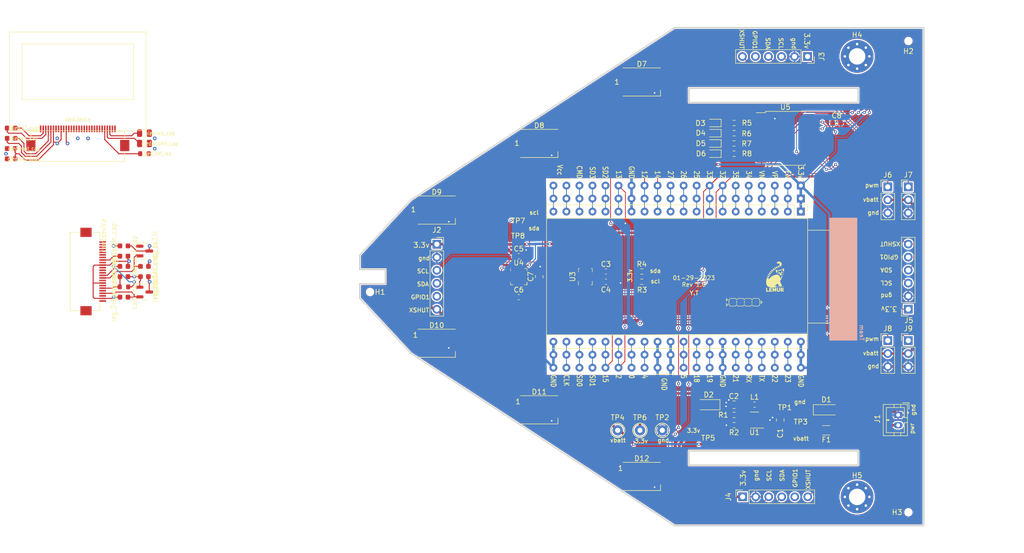
<source format=kicad_pcb>
(kicad_pcb (version 20221018) (generator pcbnew)
  (layers (0 "F.Cu" signal "Front") (31 "B.Cu" signal "Back") (34 "B.Paste" user) (35 "F.Paste" user) (36 "B.SilkS" user "B.Silkscreen") (37 "F.SilkS" user "F.Silkscreen") (38 "B.Mask" user) (39 "F.Mask" user) (44 "Edge.Cuts" user))
  (net 0 "")
  (net 1 "gnd")
  (net 2 "i2c_chain_0.scl")
  (net 3 "vbatt")
  (net 4 "i2c_chain_0.sda")
  (net 5 "v3v3")
  (net 6 "servo[0].pwm")
  (net 7 "servo[1].pwm")
  (net 8 "servo[2].pwm")
  (net 9 "servo[3].pwm")
  (net 10 "batt.pwr")
  (net 11 "expander.io.led_3")
  (net 12 "reg_3v3.fb.output")
  (net 13 "expander.io.led_2")
  (net 14 "expander.io.led_1")
  (net 15 "expander.io.led_0")
  (net 16 "reg_3v3.power_path.switch")
  (net 17 "expander.io.tof_xshut_1")
  (net 18 "expander.io.tof_xshut_2")
  (net 19 "expander.io.tof_xshut_3")
  (net 20 "imu.int1")
  (net 21 "imu.int2")
  (net 22 "tof.gpio1.3")
  (net 23 "tof.gpio1.2")
  (net 24 "tof.gpio1.1")
  (net 25 "tof.gpio1.0")
  (net 26 "mag.set_cap.pos")
  (net 27 "mag.c1.pos")
  (net 28 "mag.set_cap.neg")
  (net 29 "mag.drdy")
  (net 30 "ws2812bArray.led[4].dout")
  (net 31 "ws2812bArray.led[3].dout")
  (net 32 "ws2812bArray.led[2].dout")
  (net 33 "ws2812bArray.led[1].dout")
  (net 34 "ws2812bArray.led[0].dout")
  (net 35 "ws2812bArray.dout")
  (net 36 "mcu.uart0.tx")
  (net 37 "mcu.uart0.rx")
  (net 38 "mcu.io2")
  (net 39 "mcu.io0")
  (net 40 "mcu.chip_pu")
  (net 41 "leds.led[3].res.a")
  (net 42 "leds.led[2].res.a")
  (net 43 "leds.led[1].res.a")
  (net 44 "leds.led[0].res.a")
  (net 45 "pwr")
  (net 46 "cam.device.reset")
  (net 47 "cam.dvp8.vsync")
  (net 48 "cam.dvp8.y0")
  (net 49 "cam.dvp8.y1")
  (net 50 "cam.dvp8.y2")
  (net 51 "cam.dvp8.y3")
  (net 52 "cam.dvp8.y4")
  (net 53 "cam.dvp8.xclk")
  (net 54 "cam.dvp8.pclk")
  (net 55 "cam.dvp8.href")
  (net 56 "cam.dvp8.y5")
  (net 57 "cam.dvp8.y7")
  (net 58 "cam.dvp8.y6")
  (net 59 "v2v5")
  (net 60 "v1v2")
  (net 61 "cam.device.pins.1")
  (net 62 "cam.device.pins.2")
  (net 63 "i2c_pull.i2c.scl")
  (net 64 "i2c_pull.i2c.sda")
  (net 65 "oled.iref_res.a")
  (net 66 "oled.reset")
  (net 67 "oled.c2_cap.pos")
  (net 68 "oled.c2_cap.neg")
  (net 69 "oled.c1_cap.pos")
  (net 70 "oled.c1_cap.neg")
  (net 71 "oled.device.vcomh")
  (net 72 "oled.device.vcc")
  (footprint "Package_TO_SOT_SMD:SOT-23-5" (layer "F.Cu") (at 162 88 180)
    (fp_text reference "U1")
    (fp_text value "AP3418 (Diodes Incorporated)")
  )
  (footprint "edg:TestPoint_TE_RCT_0805" (layer "F.Cu") (at 171 86)
    (fp_text reference "TP1")
    (fp_text value "5015 (Keystone) - gnd")
  )
  (footprint "Capacitor_SMD:C_0603_1608Metric" (layer "F.Cu") (at 116 64)
    (fp_text reference "C6")
    (fp_text value "")
  )
  (footprint "edg:TestPoint_TE_RCT_0805" (layer "F.Cu") (at 119 49)
    (fp_text reference "TP7")
    (fp_text value "5015 (Keystone) - i2c_chain_0.scl")
  )
  (footprint "Capacitor_SMD:C_0603_1608Metric" (layer "F.Cu") (at 39 56)
    (fp_text reference "cam.pclk_cap")
    (fp_text value "")
  )
  (footprint "Connector_PinHeader_2.54mm:PinHeader_1x03_P2.54mm_Vertical" (layer "F.Cu") (at 187.975 42.475)
    (fp_text reference "J6")
    (fp_text value "PinHeader2.54 1x3 (Generic)")
  )
  (footprint "Resistor_SMD:R_0603_1608Metric" (layer "F.Cu") (at 140 59)
    (fp_text reference "R4")
    (fp_text value "")
  )
  (footprint "Resistor_SMD:R_0603_1608Metric" (layer "F.Cu") (at 140 61)
    (fp_text reference "R3")
    (fp_text value "")
  )
  (footprint "Inductor_SMD:L_0603_1608Metric" (layer "F.Cu") (at 162 85 180)
    (fp_text reference "L1")
    (fp_text value "")
  )
  (footprint "Capacitor_SMD:C_0603_1608Metric" (layer "F.Cu") (at 133 59)
    (fp_text reference "C3")
    (fp_text value "")
  )
  (footprint "Capacitor_SMD:C_0603_1608Metric" (layer "F.Cu") (at 17 31 180)
    (fp_text reference "oled.c2_cap")
    (fp_text value "")
  )
  (footprint "MountingHole:MountingHole_3.2mm_M3_Pad_Via" (layer "F.Cu") (at 182 103)
    (fp_text reference "H5")
    (fp_text value "M3")
  )
  (footprint "Resistor_SMD:R_1206_3216Metric" (layer "F.Cu") (at 176 90 180)
    (fp_text reference "F1")
    (fp_text value "MF-NSMF200-2 (BOURNS) - 6V 2A 100A 4A 1206 Resettable Fuses ROHS")
  )
  (footprint "Resistor_SMD:R_0603_1608Metric" (layer "F.Cu") (at 158 34)
    (fp_text reference "R7")
    (fp_text value "")
  )
  (footprint "Capacitor_SMD:C_0603_1608Metric" (layer "F.Cu") (at 39 54 180)
    (fp_text reference "reg_1v2.in_cap")
    (fp_text value "")
  )
  (footprint "edg:ESP32-WROVER-DEV_Chicken" (layer "F.Cu") (at 171.02 47.3 -90)
    (fp_text reference "U2")
    (fp_text value "ESP32-WROVER-DEV")
  )
  (footprint "Connector_PinHeader_2.54mm:PinHeader_1x03_P2.54mm_Vertical" (layer "F.Cu") (at 191.975 72.475)
    (fp_text reference "J9")
    (fp_text value "PinHeader2.54 1x3 (Generic)")
  )
  (footprint "Capacitor_SMD:C_0805_2012Metric" (layer "F.Cu") (at 158 85 180)
    (fp_text reference "C2")
    (fp_text value "")
  )
  (footprint "LED_SMD:LED_WS2812B_PLCC4_5.0x5.0mm_P3.2mm" (layer "F.Cu") (at 100 73)
    (fp_text reference "D10")
    (fp_text value "WS2812B (Worldsemi)")
  )
  (footprint "LED_SMD:LED_WS2812B_PLCC4_5.0x5.0mm_P3.2mm" (layer "F.Cu") (at 120 34)
    (fp_text reference "D8")
    (fp_text value "WS2812B (Worldsemi)")
  )
  (footprint "Connector_FFC-FPC:Hirose_FH12-30S-0.5SH_1x30-1MP_P0.50mm_Horizontal" (layer "F.Cu") (at 30 33)
    (fp_text reference "oled.device")
    (fp_text value "AFC01-S30FCA-00")
  )
  (footprint "Resistor_SMD:R_0603_1608Metric" (layer "F.Cu") (at 158 30)
    (fp_text reference "R5")
    (fp_text value "")
  )
  (footprint "Capacitor_SMD:C_0603_1608Metric" (layer "F.Cu") (at 39 60)
    (fp_text reference "cam.reset_cap")
    (fp_text value "")
  )
  (footprint "Package_LGA:LGA-16_3x3mm_P0.5mm" (layer "F.Cu") (at 116 60)
    (fp_text reference "U4")
    (fp_text value "QMC5883L (QST)")
  )
  (footprint "Capacitor_SMD:C_0603_1608Metric" (layer "F.Cu") (at 133 61)
    (fp_text reference "C4")
    (fp_text value "")
  )
  (footprint "edg:Lcd_Er_Oled0.96_1.1_Outline" (layer "F.Cu") (at 30 20)
    (fp_text reference "oled.lcd" hide)
    (fp_text value "ER-OLED-0.96-1.1")
  )
  (footprint "TestPoint:TestPoint_Keystone_5000-5004_Miniature" (layer "F.Cu") (at 135.3 90)
    (fp_text reference "TP4")
    (fp_text value "5001 (Keystone) - vbatt")
  )
  (footprint "Capacitor_SMD:C_0603_1608Metric" (layer "F.Cu") (at 17 33 180)
    (fp_text reference "oled.c1_cap")
    (fp_text value "")
  )
  (footprint "Capacitor_SMD:C_0603_1608Metric" (layer "F.Cu") (at 43 58)
    (fp_text reference "reg_1v2.out_cap")
    (fp_text value "")
  )
  (footprint "Connector_JST:JST_PH_B2B-PH-K_1x02_P2.00mm_Vertical" (layer "F.Cu") (at 190 87 -90)
    (fp_text reference "J1")
    (fp_text value "B2B-PH-K (JST)")
  )
  (footprint "edg:Symbol_LemurSmall" (layer "F.Cu") (at 166 60)
    (fp_text reference "U6" hide)
    (fp_text value "Lemur" hide)
  )
  (footprint "Diode_SMD:D_MiniMELF" (layer "F.Cu") (at 176 86)
    (fp_text reference "D1")
    (fp_text value "ZMM5V6-M (ST(Semtech)) - 100nA@1V 25? Single 5.2V~6V 500mW 5.6V LL-34 Zener Diodes ROHS")
  )
  (footprint "edg:JlcToolingHole_1.152mm" (layer "F.Cu") (at 87 63)
    (fp_text reference "H1")
    (fp_text value "")
  )
  (footprint "Resistor_SMD:R_0603_1608Metric" (layer "F.Cu") (at 158 32)
    (fp_text reference "R6")
    (fp_text value "")
  )
  (footprint "TestPoint:TestPoint_Keystone_5000-5004_Miniature" (layer "F.Cu") (at 144 90)
    (fp_text reference "TP2")
    (fp_text value "5001 (Keystone) - gnd")
  )
  (footprint "LED_SMD:LED_WS2812B_PLCC4_5.0x5.0mm_P3.2mm" (layer "F.Cu") (at 120 86)
    (fp_text reference "D11")
    (fp_text value "WS2812B (Worldsemi)")
  )
  (footprint "LED_SMD:LED_WS2812B_PLCC4_5.0x5.0mm_P3.2mm" (layer "F.Cu") (at 100 47)
    (fp_text reference "D9")
    (fp_text value "WS2812B (Worldsemi)")
  )
  (footprint "Connector_PinSocket_2.54mm:PinSocket_1x06_P2.54mm_Vertical" (layer "F.Cu") (at 100.025 53.675)
    (fp_text reference "J2")
    (fp_text value "PinSocket2.54 1x6 (Generic)")
  )
  (footprint "Resistor_SMD:R_0603_1608Metric" (layer "F.Cu") (at 158 89 180)
    (fp_text reference "R2")
    (fp_text value "")
  )
  (footprint "edg:TestPoint_TE_RCT_0805" (layer "F.Cu") (at 171 90)
    (fp_text reference "TP3")
    (fp_text value "5015 (Keystone) - vbatt")
  )
  (footprint "LED_SMD:LED_0603_1608Metric" (layer "F.Cu") (at 154 34 180)
    (fp_text reference "D5")
    (fp_text value "KT-0603R (Hubei KENTO Elec) - Red 615~630nm 1.9~2.2V 0603 Light Emitting Diodes (LED) RoHS")
  )
  (footprint "Capacitor_SMD:C_0603_1608Metric" (layer "F.Cu") (at 17 35 180)
    (fp_text reference "oled.vbat_cap")
    (fp_text value "")
  )
  (footprint "Capacitor_SMD:C_0805_2012Metric" (layer "F.Cu") (at 43 32)
    (fp_text reference "oled.vcc_cap")
    (fp_text value "")
  )
  (footprint "Package_SO:SOIC-16W_7.5x10.3mm_P1.27mm" (layer "F.Cu") (at 168 33)
    (fp_text reference "U5")
    (fp_text value "PCF8574AT (NXP)")
  )
  (footprint "Capacitor_SMD:C_0805_2012Metric" (layer "F.Cu") (at 43 34)
    (fp_text reference "oled.vcomh_cap")
    (fp_text value "")
  )
  (footprint "LED_SMD:LED_0603_1608Metric" (layer "F.Cu") (at 154 30 180)
    (fp_text reference "D3")
    (fp_text value "KT-0603R (Hubei KENTO Elec) - Red 615~630nm 1.9~2.2V 0603 Light Emitting Diodes (LED) RoHS")
  )
  (footprint "Capacitor_SMD:C_0603_1608Metric" (layer "F.Cu") (at 43 60 180)
    (fp_text reference "reg_2v5.in_cap")
    (fp_text value "")
  )
  (footprint "MountingHole:MountingHole_3.2mm_M3_Pad_Via" (layer "F.Cu") (at 182 17)
    (fp_text reference "H4")
    (fp_text value "M3")
  )
  (footprint "Connector_PinHeader_2.54mm:PinHeader_1x03_P2.54mm_Vertical" (layer "F.Cu") (at 191.975 42.475)
    (fp_text reference "J7")
    (fp_text value "PinHeader2.54 1x3 (Generic)")
  )
  (footprint "Capacitor_SMD:C_0805_2012Metric" (layer "F.Cu") (at 120 60 90)
    (fp_text reference "C7")
    (fp_text value "")
  )
  (footprint "Resistor_SMD:R_0603_1608Metric" (layer "F.Cu") (at 39 62 180)
    (fp_text reference "cam.reset_pull")
    (fp_text value "")
  )
  (footprint "Connector_PinSocket_2.54mm:PinSocket_1x06_P2.54mm_Vertical" (layer "F.Cu") (at 191.975 66.35 180)
    (fp_text reference "J5")
    (fp_text value "PinSocket2.54 1x6 (Generic)")
  )
  (footprint "edg:TestPoint_TE_RCT_0805" (layer "F.Cu") (at 119 52)
    (fp_text reference "TP8")
    (fp_text value "5015 (Keystone) - i2c_tp._io_sda_link")
  )
  (footprint "Capacitor_SMD:C_0603_1608Metric" (layer "F.Cu") (at 178 30)
    (fp_text reference "C8")
    (fp_text value "")
  )
  (footprint "Capacitor_SMD:C_0603_1608Metric" (layer "F.Cu") (at 39 64 180)
    (fp_text reference "reg_2v5.out_cap")
    (fp_text value "")
  )
  (footprint "Connector_PinSocket_2.54mm:PinSocket_1x06_P2.54mm_Vertical" (layer "F.Cu") (at 159.675 102.975 90)
    (fp_text reference "J4")
    (fp_text value "PinSocket2.54 1x6 (Generic)")
  )
  (footprint "Capacitor_SMD:C_0603_1608Metric" (layer "F.Cu") (at 116 56)
    (fp_text reference "C5")
    (fp_text value "")
  )
  (footprint "Resistor_SMD:R_0603_1608Metric" (layer "F.Cu") (at 43 36)
    (fp_text reference "oled.iref_res")
    (fp_text value "")
  )
  (footprint "edg:Symbol_Duckling" (layer "F.Cu") (at 160 60)
    (fp_text reference "U7" hide)
    (fp_text value "Duck" hide)
  )
  (footprint "edg:JlcToolingHole_1.152mm" (layer "F.Cu") (at 192 106)
    (fp_text reference "H3")
    (fp_text value "")
  )
  (footprint "Package_TO_SOT_SMD:SOT-23" (layer "F.Cu") (at 43 63)
    (fp_text reference "reg_2v5.ic")
    (fp_text value "XC6206P252MR (Torex Semiconductor Ltd)")
  )
  (footprint "Connector_PinHeader_2.54mm:PinHeader_1x03_P2.54mm_Vertical" (layer "F.Cu") (at 187.975 72.475)
    (fp_text reference "J8")
    (fp_text value "PinHeader2.54 1x3 (Generic)")
  )
  (footprint "Capacitor_SMD:C_0805_2012Metric" (layer "F.Cu") (at 167 88 90)
    (fp_text reference "C1")
    (fp_text value "")
  )
  (footprint "Diode_SMD:D_SOD-123" (layer "F.Cu") (at 153 85 180)
    (fp_text reference "D2")
    (fp_text value "BZT52C3V6 (SMC(Sangdest Microelectronicstronic (Nanjing))) - 5?A@1V 90? Single 3.6V~3.8V 350mW 3.4V SOD-123 Zener Diodes ROHS")
  )
  (footprint "Capacitor_SMD:C_0603_1608Metric" (layer "F.Cu") (at 39 58)
    (fp_text reference "cam.dovdd_cap")
    (fp_text value "")
  )
  (footprint "edg:JlcToolingHole_1.152mm" (layer "F.Cu") (at 192 14)
    (fp_text reference "H2")
    (fp_text value "")
  )
  (footprint "LED_SMD:LED_0603_1608Metric" (layer "F.Cu") (at 154 32 180)
    (fp_text reference "D4")
    (fp_text value "KT-0603R (Hubei KENTO Elec) - Red 615~630nm 1.9~2.2V 0603 Light Emitting Diodes (LED) RoHS")
  )
  (footprint "Resistor_SMD:R_0603_1608Metric" (layer "F.Cu") (at 158 87)
    (fp_text reference "R1")
    (fp_text value "")
  )
  (footprint "Package_TO_SOT_SMD:SOT-23" (layer "F.Cu") (at 43 55)
    (fp_text reference "reg_1v2.ic")
    (fp_text value "XC6206P122MR-G (Torex Semiconductor Ltd)")
  )
  (footprint "Connector_FFC-FPC:Hirose_FH12-24S-0.5SH_1x24-1MP_P0.50mm_Horizontal" (layer "F.Cu") (at 33 59 -90)
    (fp_text reference "cam.device")
    (fp_text value "AFC01-S24FCA-00 (Jushuo)")
  )
  (footprint "Package_LGA:Bosch_LGA-14_3x2.5mm_P0.5mm" (layer "F.Cu") (at 129 60 90)
    (fp_text reference "U3")
    (fp_text value "LSM6DS3TR-C (STMicroelectronics)")
  )
  (footprint "LED_SMD:LED_WS2812B_PLCC4_5.0x5.0mm_P3.2mm" (layer "F.Cu") (at 140 22)
    (fp_text reference "D7")
    (fp_text value "WS2812B (Worldsemi)")
  )
  (footprint "edg:TestPoint_TE_RCT_0805" (layer "F.Cu") (at 153 90)
    (fp_text reference "TP5")
    (fp_text value "5015 (Keystone) - v3v3")
  )
  (footprint "Capacitor_SMD:C_0603_1608Metric" (layer "F.Cu") (at 17 37 180)
    (fp_text reference "oled.vdd_cap1")
    (fp_text value "")
  )
  (footprint "edg:Indicator_IdDots_4" (layer "F.Cu") (at 160 65)
    (fp_text reference "U8" hide)
    (fp_text value "IdDots4")
  )
  (footprint "Connector_PinSocket_2.54mm:PinSocket_1x06_P2.54mm_Vertical" (layer "F.Cu") (at 172.325 17.025 -90)
    (fp_text reference "J3")
    (fp_text value "PinSocket2.54 1x6 (Generic)")
  )
  (footprint "Resistor_SMD:R_0603_1608Metric" (layer "F.Cu") (at 158 36)
    (fp_text reference "R8")
    (fp_text value "")
  )
  (footprint "LED_SMD:LED_0603_1608Metric" (layer "F.Cu") (at 154 36 180)
    (fp_text reference "D6")
    (fp_text value "KT-0603R (Hubei KENTO Elec) - Red 615~630nm 1.9~2.2V 0603 Light Emitting Diodes (LED) RoHS")
  )
  (footprint "TestPoint:TestPoint_Keystone_5000-5004_Miniature" (layer "F.Cu") (at 139.65 90)
    (fp_text reference "TP6")
    (fp_text value "5001 (Keystone) - v3v3")
  )
  (footprint "LED_SMD:LED_WS2812B_PLCC4_5.0x5.0mm_P3.2mm" (layer "F.Cu") (at 140 99)
    (fp_text reference "D12")
    (fp_text value "WS2812B (Worldsemi)")
  )
  (gr_rect (start 176.65 48.575) (end 181.95 72.4) (stroke (width 0.1524)) (fill solid) (layer "B.SilkS"))
  (gr_line (start 149.199742 23.199898) (end 182.199799 23.199898) (stroke (width 0.264583)) (layer "Edge.Cuts"))
  (gr_line (start 149.199742 25.999718) (end 149.199742 25.999718) (stroke (width 0.264583)) (layer "Edge.Cuts"))
  (gr_line (start 84.999946 61.400139) (end 84.999946 64.199974) (stroke (width 0.264583)) (layer "Edge.Cuts"))
  (gr_line (start 94.999854 44.999596) (end 84.999946 55.799965) (stroke (width 0.264583)) (layer "Edge.Cuts"))
  (gr_line (start 182.199799 93.99868) (end 182.199799 93.99868) (stroke (width 0.264583)) (layer "Edge.Cuts"))
  (gr_line (start 194.999955 108.599907) (end 194.999955 108.599907) (stroke (width 0.264583)) (layer "Edge.Cuts"))
  (gr_line (start 94.999854 44.999596) (end 94.999854 44.999596) (stroke (width 0.264583)) (layer "Edge.Cuts"))
  (gr_line (start 182.199799 96.80056) (end 149.199742 96.80056) (stroke (width 0.264583)) (layer "Edge.Cuts"))
  (gr_line (start 84.999946 58.5998) (end 84.999946 58.5998) (stroke (width 0.264583)) (layer "Edge.Cuts"))
  (gr_line (start 84.999946 61.400139) (end 84.999946 61.400139) (stroke (width 0.264583)) (layer "Edge.Cuts"))
  (gr_line (start 182.199799 93.99868) (end 182.199799 96.80056) (stroke (width 0.264583)) (layer "Edge.Cuts"))
  (gr_line (start 182.199799 23.199898) (end 182.199799 25.999718) (stroke (width 0.264583)) (layer "Edge.Cuts"))
  (gr_line (start 94.999854 74.998802) (end 146.399914 108.599907) (stroke (width 0.264583)) (layer "Edge.Cuts"))
  (gr_line (start 84.999946 64.199974) (end 94.999854 74.998802) (stroke (width 0.264583)) (layer "Edge.Cuts"))
  (gr_line (start 195.000054 11.400093) (end 195.000054 11.400093) (stroke (width 0.264583)) (layer "Edge.Cuts"))
  (gr_line (start 90.000158 58.5998) (end 90.000158 58.5998) (stroke (width 0.264583)) (layer "Edge.Cuts"))
  (gr_line (start 94.999854 74.998802) (end 94.999854 74.998802) (stroke (width 0.264583)) (layer "Edge.Cuts"))
  (gr_line (start 146.399914 11.400093) (end 94.999854 44.999596) (stroke (width 0.264583)) (layer "Edge.Cuts"))
  (gr_line (start 84.999946 58.5998) (end 90.000158 58.5998) (stroke (width 0.264583)) (layer "Edge.Cuts"))
  (gr_line (start 149.199742 96.80056) (end 149.199742 96.80056) (stroke (width 0.264583)) (layer "Edge.Cuts"))
  (gr_line (start 182.199799 25.999718) (end 149.199742 25.999718) (stroke (width 0.264583)) (layer "Edge.Cuts"))
  (gr_line (start 182.199799 23.199898) (end 182.199799 23.199898) (stroke (width 0.264583)) (layer "Edge.Cuts"))
  (gr_line (start 146.399914 108.599907) (end 194.999955 108.599907) (stroke (width 0.264583)) (layer "Edge.Cuts"))
  (gr_line (start 90.000158 61.400139) (end 84.999946 61.400139) (stroke (width 0.264583)) (layer "Edge.Cuts"))
  (gr_line (start 149.199742 96.80056) (end 149.199742 93.99868) (stroke (width 0.264583)) (layer "Edge.Cuts"))
  (gr_line (start 149.199742 93.99868) (end 182.199799 93.99868) (stroke (width 0.264583)) (layer "Edge.Cuts"))
  (gr_line (start 149.199742 25.999718) (end 149.199742 23.199898) (stroke (width 0.264583)) (layer "Edge.Cuts"))
  (gr_line (start 194.999955 108.599907) (end 195.000054 11.400093) (stroke (width 0.264583)) (layer "Edge.Cuts"))
  (gr_line (start 90.000158 58.5998) (end 90.000158 61.400139) (stroke (width 0.264583)) (layer "Edge.Cuts"))
  (gr_line (start 195.000054 11.400093) (end 146.399914 11.400093) (stroke (width 0.264583)) (layer "Edge.Cuts"))
  (gr_line (start 146.399914 108.599907) (end 146.399914 108.599907) (stroke (width 0.264583)) (layer "Edge.Cuts"))
  (gr_line (start 84.999946 64.199974) (end 84.999946 64.199974) (stroke (width 0.264583)) (layer "Edge.Cuts"))
  (gr_line (start 182.199799 25.999718) (end 182.199799 25.999718) (stroke (width 0.264583)) (layer "Edge.Cuts"))
  (gr_line (start 90.000158 61.400139) (end 90.000158 61.400139) (stroke (width 0.264583)) (layer "Edge.Cuts"))
  (gr_line (start 84.999946 55.799965) (end 84.999946 58.5998) (stroke (width 0.264583)) (layer "Edge.Cuts"))
  (gr_line (start 182.199799 96.80056) (end 182.199799 96.80056) (stroke (width 0.264583)) (layer "Edge.Cuts"))
  (gr_line (start 84.999946 55.799965) (end 84.999946 55.799965) (stroke (width 0.264583)) (layer "Edge.Cuts"))
  (gr_text "Team" (at 182.9 70.95 -90) (layer "B.SilkS") (effects (font (size 0.8128 0.8128) (thickness 0.1524)) (justify mirror)))
  (gr_text "Y.T" (at 150.2 63.2) (layer "F.SilkS") (effects (font (size 0.8128 0.8128) (thickness 0.1524))))
  (gr_text "pwr" (at 192.7 89.65 90) (layer "F.SilkS") (effects (font (size 0.8128 0.8128) (thickness 0.1524))))
  (gr_text "gnd" (at 169.672 14.478 -90) (layer "F.SilkS") (effects (font (size 0.8128 0.8128) (thickness 0.1524))))
  (gr_text "pwm" (at 184.912 42.164) (layer "F.SilkS") (effects (font (size 0.8128 0.8128) (thickness 0.1524))))
  (gr_text "gnd" (at 192.95 86 90) (layer "F.SilkS") (effects (font (size 0.8128 0.8128) (thickness 0.1524))))
  (gr_text "GPIO1" (at 96.804 64.01) (layer "F.SilkS") (effects (font (size 0.8128 0.8128) (thickness 0.1524))))
  (gr_text "gnd" (at 144.2 91.95) (layer "F.SilkS") (effects (font (size 0.8128 0.8128) (thickness 0.1524))))
  (gr_text "sda" (at 119 50.55) (layer "F.SilkS") (effects (font (size 0.8128 0.8128) (thickness 0.1524))))
  (gr_text "SCL" (at 167.132 14.478 -90) (layer "F.SilkS") (effects (font (size 0.8128 0.8128) (thickness 0.1524))))
  (gr_text "XSHUT\n" (at 96.55 66.55) (layer "F.SilkS") (effects (font (size 0.8128 0.8128) (thickness 0.1524))))
  (gr_text "GPIO1" (at 162.052 13.8 -90) (layer "F.SilkS") (effects (font (size 0.8128 0.8128) (thickness 0.1524))))
  (gr_text "SDA" (at 187.706 58.674 -180) (layer "F.SilkS") (effects (font (size 0.8128 0.8128) (thickness 0.1524))))
  (gr_text "3.3v\n" (at 139.9 92.1) (layer "F.SilkS") (effects (font (size 0.8128 0.8128) (thickness 0.1524))))
  (gr_text "SDA" (at 167.386 98.806 -270) (layer "F.SilkS") (effects (font (size 0.8128 0.8128) (thickness 0.1524))))
  (gr_text "3.3v" (at 150.1 90.05) (layer "F.SilkS") (effects (font (size 0.8128 0.8128) (thickness 0.1524))))
  (gr_text "GPIO1" (at 169.926 99.314 -270) (layer "F.SilkS") (effects (font (size 0.8128 0.8128) (thickness 0.1524))))
  (gr_text "vbatt" (at 135.35 91.95) (layer "F.SilkS") (effects (font (size 0.8128 0.8128) (thickness 0.1524))))
  (gr_text "GPIO1" (at 188.214 56.134 -180) (layer "F.SilkS") (effects (font (size 0.8128 0.8128) (thickness 0.1524))))
  (gr_text "XSHUT\n" (at 188.468 53.594 -180) (layer "F.SilkS") (effects (font (size 0.8128 0.8128) (thickness 0.1524))))
  (gr_text "pwm" (at 184.912 72.136) (layer "F.SilkS") (effects (font (size 0.8128 0.8128) (thickness 0.1524))))
  (gr_text "scl" (at 142.65 60.9) (layer "F.SilkS") (effects (font (size 0.8128 0.8128) (thickness 0.1524))))
  (gr_text "3.3v" (at 137.7 59.8 90) (layer "F.SilkS") (effects (font (size 0.8128 0.8128) (thickness 0.1524))))
  (gr_text "scl" (at 119 47.5) (layer "F.SilkS") (effects (font (size 0.8128 0.8128) (thickness 0.1524))))
  (gr_text "SCL" (at 97.312 58.93) (layer "F.SilkS") (effects (font (size 0.8128 0.8128) (thickness 0.1524))))
  (gr_text "gnd\n" (at 185.166 47.498) (layer "F.SilkS") (effects (font (size 0.8128 0.8128) (thickness 0.1524))))
  (gr_text "SCL" (at 187.706 61.214 -180) (layer "F.SilkS") (effects (font (size 0.8128 0.8128) (thickness 0.1524))))
  (gr_text "gnd\n" (at 185.166 77.47) (layer "F.SilkS") (effects (font (size 0.8128 0.8128) (thickness 0.1524))))
  (gr_text "3.3v" (at 97.028 53.848) (layer "F.SilkS") (effects (font (size 1 1))))
  (gr_text "3.3v" (at 159.766 99.314 -270) (layer "F.SilkS") (effects (font (size 1 1))))
  (gr_text "3.3v" (at 188.214 66.294 -180) (layer "F.SilkS") (effects (font (size 1 1))))
  (gr_text "sda\n" (at 142.65 58.85) (layer "F.SilkS") (effects (font (size 0.8128 0.8128) (thickness 0.1524))))
  (gr_text "gnd" (at 187.706 63.754 -180) (layer "F.SilkS") (effects (font (size 0.8128 0.8128) (thickness 0.1524))))
  (gr_text "vbatt" (at 184.658 74.93) (layer "F.SilkS") (effects (font (size 0.8128 0.8128) (thickness 0.1524))))
  (gr_text "vbatt" (at 184.658 44.958) (layer "F.SilkS") (effects (font (size 0.8128 0.8128) (thickness 0.1524))))
  (gr_text "01-29-2023\nRev 1.0" (at 150.15 60.9) (layer "F.SilkS") (effects (font (size 0.8128 0.8128) (thickness 0.125))))
  (gr_text "SCL" (at 164.846 98.806 -270) (layer "F.SilkS") (effects (font (size 0.8128 0.8128) (thickness 0.1524))))
  (gr_text "gnd" (at 170.85 84.45) (layer "F.SilkS") (effects (font (size 0.8128 0.8128) (thickness 0.1524))))
  (gr_text "XSHUT\n" (at 159.5 13.65 -90) (layer "F.SilkS") (effects (font (size 0.8128 0.8128) (thickness 0.1524))))
  (gr_text "3.3v" (at 172.212 13.97 -90) (layer "F.SilkS") (effects (font (size 1 1))))
  (gr_text "vbatt" (at 171.05 91.6) (layer "F.SilkS") (effects (font (size 0.8128 0.8128) (thickness 0.1524))))
  (gr_text "SDA" (at 164.592 14.478 -90) (layer "F.SilkS") (effects (font (size 0.8128 0.8128) (thickness 0.1524))))
  (gr_text "gnd" (at 162.306 98.806 -270) (layer "F.SilkS") (effects (font (size 0.8128 0.8128) (thickness 0.1524))))
  (gr_text "gnd" (at 97.536 56.388) (layer "F.SilkS") (effects (font (size 0.8128 0.8128) (thickness 0.1524))))
  (gr_text "XSHUT\n" (at 172.466 99.568 -270) (layer "F.SilkS") (effects (font (size 0.8128 0.8128) (thickness 0.1524))))
  (gr_text "SDA" (at 97.312 61.47) (layer "F.SilkS") (effects (font (size 0.8128 0.8128) (thickness 0.1524))))
  (segment (start 148.16 72.7) (end 148.16 77.78) (width 0.16) (layer "B.Cu") (net 0))
  (segment (start 158.32 72.7) (end 158.32 77.78) (width 0.16) (layer "B.Cu") (net 0))
  (segment (start 165.94 47.3) (end 165.94 42.22) (width 0.16) (layer "B.Cu") (net 0))
  (segment (start 127.84 77.78) (end 127.84 72.7) (width 0.16) (layer "B.Cu") (net 0))
  (segment (start 150.7 72.7) (end 150.7 77.78) (width 0.16) (layer "B.Cu") (net 0))
  (segment (start 125.3 72.7) (end 125.3 75.24) (width 0.16) (layer "B.Cu") (net 0))
  (segment (start 153.24 72.7) (end 153.24 77.78) (width 0.16) (layer "B.Cu") (net 0))
  (segment (start 125.3 42.22) (end 125.3 47.3) (width 0.16) (layer "B.Cu") (net 0))
  (segment (start 125.3 75.24) (end 125.3 77.78) (width 0.16) (layer "B.Cu") (net 0))
  (segment (start 150.7 42.22) (end 150.7 47.3) (width 0.16) (layer "B.Cu") (net 0))
  (segment (start 122.76 47.3) (end 122.76 42.22) (width 0.16) (layer "B.Cu") (net 0))
  (segment (start 160.86 42.22) (end 160.86 47.3) (width 0.16) (layer "B.Cu") (net 0))
  (segment (start 140.54 72.7) (end 140.54 77.78) (width 0.16) (layer "B.Cu") (net 0))
  (segment (start 168.48 77.78) (end 168.48 72.7) (width 0.16) (layer "B.Cu") (net 0))
  (segment (start 163.4 47.3) (end 163.4 42.22) (width 0.16) (layer "B.Cu") (net 0))
  (segment (start 165.94 72.7) (end 165.94 77.78) (width 0.16) (layer "B.Cu") (net 0))
  (segment (start 127.84 47.3) (end 127.84 42.22) (width 0.16) (layer "B.Cu") (net 0))
  (segment (start 130.38 72.7) (end 130.38 77.78) (width 0.16) (layer "B.Cu") (net 0))
  (segment (start 132.92 47.3) (end 132.92 42.22) (width 0.16) (layer "B.Cu") (net 0))
  (segment (start 130.38 42.22) (end 130.38 47.3) (width 0.16) (layer "B.Cu") (net 0))
  (segment (start 158.32 47.3) (end 158.32 42.22) (width 0.16) (layer "B.Cu") (net 0))
  (segment (start 145.62 42.22) (end 145.62 47.3) (width 0.16) (layer "B.Cu") (net 0))
  (segment (start 148.16 47.3) (end 148.16 42.22) (width 0.16) (layer "B.Cu") (net 0))
  (segment (start 40 57) (end 37 57) (width 0.2) (layer "F.Cu") (net 1))
  (segment (start 156.75 85) (end 156.435 85.315) (width 0.5) (layer "F.Cu") (net 1))
  (segment (start 149.95 85) (end 151.35 85) (width 0.5) (layer "F.Cu") (net 1))
  (segment (start 142.45 100.6) (end 142.45 101.048) (width 0.16) (layer "F.Cu") (net 1))
  (segment (start 33.25 64.25) (end 33 64) (width 0.2) (layer "F.Cu") (net 1))
  (segment (start 122.428 36.322) (end 122.428 35.622) (width 0.16) (layer "F.Cu") (net 1))
  (segment (start 144 90) (end 145.1 88.9) (width 0.5) (layer "F.Cu") (net 1))
  (segment (start 163.35 29.825) (end 165.275 29.825) (width 0.2) (layer "F.Cu") (net 1))
  (segment (start 39.775 60) (end 41 60) (width 0.2) (layer "F.Cu") (net 1))
  (segment (start 190 87) (end 189.36 86.36) (width 0.5) (layer "F.Cu") (net 1))
  (segment (start 44 57) (end 43.775 57.225) (width 0.2) (layer "F.Cu") (net 1))
  (segment (start 36.25 57.75) (end 34.85 57.75) (width 0.2) (layer "F.Cu") (net 1))
  (segment (start 163.1375 88) (end 164.25 88) (width 0.2) (layer "F.Cu") (net 1))
  (segment (start 142.45 101.048) (end 142.494 101.092) (width 0.16) (layer "F.Cu") (net 1))
  (segment (start 129.55 60) (end 130.0125 60) (width 0.2) (layer "F.Cu") (net 1))
  (segment (start 40 57) (end 39.775 57.225) (width 0.2) (layer "F.Cu") (net 1))
  (segment (start 157.05 85) (end 156.75 85) (width 0.5) (layer "F.Cu") (net 1))
  (segment (start 130.0125 59.5) (end 130.0125 60) (width 0.2) (layer "F.Cu") (net 1))
  (segment (start 169.15 29.15) (end 165.95 29.15) (width 0.2) (layer "F.Cu") (net 1))
  (segment (start 116.8 59.8) (end 116.8 60.55) (width 0.2) (layer "F.Cu") (net 1))
  (segment (start 38.225 54) (end 37 54) (width 0.2) (layer "F.Cu") (net 1))
  (segment (start 120.190336 58.039164) (end 120.190336 58.859664) (width 0.16) (layer "F.Cu") (net 1))
  (segment (start 134.3 62.15) (end 129.6 62.15) (width 0.2) (layer "F.Cu") (net 1))
  (segment (start 170.4 27.9) (end 169.15 29.15) (width 0.2) (layer "F.Cu") (net 1))
  (segment (start 163.1375 88) (end 165 88) (width 0.5) (layer "F.Cu") (net 1))
  (segment (start 39.775 56.775) (end 39.775 56) (width 0.2) (layer "F.Cu") (net 1))
  (segment (start 129.25 61.8) (end 129.25 61.2625) (width 0.2) (layer "F.Cu") (net 1))
  (segment (start 116.85 59.75) (end 116.8 59.8) (width 0.2) (layer "F.Cu") (net 1))
  (segment (start 135.6 61) (end 135.85 61.25) (width 0.2) (layer "F.Cu") (net 1))
  (segment (start 34.85 64.25) (end 36.75 64.25) (width 0.2) (layer "F.Cu") (net 1))
  (segment (start 42.225 60) (end 42.225 60.775) (width 0.2) (layer "F.Cu") (net 1))
  (segment (start 128.75 61.2625) (end 129.25 61.2625) (width 0.2) (layer "F.Cu") (net 1))
  (segment (start 117 60.75) (end 117.275 60.75) (width 0.2) (layer "F.Cu") (net 1))
  (segment (start 163.355 31.1) (end 163.35 31.095) (width 0.5) (layer "F.Cu") (net 1))
  (segment (start 38.225 64) (end 37 64) (width 0.2) (layer "F.Cu") (net 1))
  (segment (start 167 87.05) (end 165.95 87.05) (width 0.5) (layer "F.Cu") (net 1))
  (segment (start 189.145 77.555) (end 190.415 77.555) (width 0.5) (layer "F.Cu") (net 1))
  (segment (start 34.85 61.25) (end 33 61.25) (width 0.2) (layer "F.Cu") (net 1))
  (segment (start 40 57) (end 39.775 56.775) (width 0.2) (layer "F.Cu") (net 1))
  (segment (start 34.85 57.75) (end 33.25 57.75) (width 0.2) (layer "F.Cu") (net 1))
  (segment (start 102.362 48.688) (end 102.45 48.6) (width 0.16) (layer "F.Cu") (net 1))
  (segment (start 117.45 55.325) (end 116.775 56) (width 0.16) (layer "F.Cu") (net 1))
  (segment (start 129.25 61.2625) (end 129.25 60.3) (width 0.2) (layer "F.Cu") (net 1))
  (segment (start 34.85 64.25) (end 33.25 64.25) (width 0.2) (layer "F.Cu") (net 1))
  (segment (start 43.775 57.225) (end 43.775 58) (width 0.2) (layer "F.Cu") (net 1))
  (segment (start 133.775 59) (end 135.85 61.075) (width 0.2) (layer "F.Cu") (net 1))
  (segment (start 42.0625 60.9375) (end 42.225 60.775) (width 0.2) (layer "F.Cu") (net 1))
  (segment (start 156.972 84.922) (end 157.05 85) (width 0.16) (layer "F.Cu") (net 1))
  (segment (start 42.225 60) (end 41 60) (width 0.2) (layer "F.Cu") (net 1))
  (segment (start 156.972 84.778) (end 156.75 85) (width 0.5) (layer "F.Cu") (net 1))
  (segment (start 102.362 49.276) (end 102.362 48.688) (width 0.16) (layer "F.Cu") (net 1))
  (segment (start 156.972 84.074) (end 156.972 84.778) (width 0.5) (layer "F.Cu") (net 1))
  (segment (start 176.675 27.9) (end 178.775 30) (width 0.2) (layer "F.Cu") (net 1))
  (segment (start 170.4 27.9) (end 176.675 27.9) (width 0.2) (layer "F.Cu") (net 1))
  (segment (start 157.175 89) (end 156.5 89) (width 0.2) (layer "F.Cu") (net 1))
  (segment (start 142.494 23.644) (end 142.45 23.6) (width 0.16) (layer "F.Cu") (net 1))
  (segment (start 165.95 29.15) (end 164.005 31.095) (width 0.2) (layer "F.Cu") (net 1))
  (segment (start 165.505 28.555) (end 163.35 28.555) (width 0.2) (layer "F.Cu") (net 1))
  (segment (start 165.95 29) (end 165.505 28.555) (width 0.2) (layer "F.Cu") (net 1))
  (segment (start 145.1 88.9) (end 146.05 88.9) (width 0.5) (layer "F.Cu") (net 1))
  (segment (start 133.775 61) (end 133.775 59) (width 0.2) (layer "F.Cu") (net 1))
  (segment (start 165 88) (end 165.95 87.05) (width 0.5) (layer "F.Cu") (net 1))
  (segment (start 165.95 29.15) (end 165.95 29) (width 0.2) (layer "F.Cu") (net 1))
  (segment (start 33 64) (end 33 61.25) (width 0.2) (layer "F.Cu") (net 1))
  (segment (start 122.428 35.622) (end 122.45 35.6) (width 0.16) (layer "F.Cu") (net 1))
  (segment (start 128.25 61.2625) (end 128.75 61.2625) (width 0.2) (layer "F.Cu") (net 1))
  (segment (start 165 88) (end 164.25 88) (width 0.2) (layer "F.Cu") (net 1))
  (segment (start 135.85 61.25) (end 135.2 61.25) (width 0.2) (layer "F.Cu") (net 1))
  (segment (start 156.882 85) (end 157.05 85) (width 0.16) (layer "F.Cu") (net 1))
  (segment (start 120.190336 58.859664) (end 120 59.05) (width 0.16) (layer "F.Cu") (net 1))
  (segment (start 178.11 86.36) (end 177.75 86) (width 0.5) (layer "F.Cu") (net 1))
  (segment (start 187.975 77.555) (end 189.145 77.555) (width 0.5) (layer "F.Cu") (net 1))
  (segment (start 42.0625 62.05) (end 42.0625 60.9375) (width 0.2) (layer "F.Cu") (net 1))
  (segment (start 133.775 61) (end 135.6 61) (width 0.2) (layer "F.Cu") (net 1))
  (segment (start 129.25 60.3) (end 129.55 60) (width 0.2) (layer "F.Cu") (net 1))
  (segment (start 39.775 57.225) (end 39.775 58) (width 0.2) (layer "F.Cu") (net 1))
  (segment (start 122.45 87.6) (end 122.45 88.116) (width 0.16) (layer "F.Cu") (net 1))
  (segment (start 146.05 88.9) (end 149.95 85) (width 0.5) (layer "F.Cu") (net 1))
  (segment (start 37 57) (end 36.25 57.75) (width 0.2) (layer "F.Cu") (net 1))
  (segment (start 117.275 59.75) (end 119.3 59.75) (width 0.2) (layer "F.Cu") (net 1))
  (segment (start 116.8 60.55) (end 117 60.75) (width 0.2) (layer "F.Cu") (net 1))
  (segment (start 142.494 24.13) (end 142.494 23.644) (width 0.16) (layer "F.Cu") (net 1))
  (segment (start 117.275 59.75) (end 116.85 59.75) (width 0.2) (layer "F.Cu") (net 1))
  (segment (start 117.45 54.8) (end 117.45 55.325) (width 0.16) (layer "F.Cu") (net 1))
  (segment (start 190.415 77.555) (end 191.975 77.555) (width 0.5) (layer "F.Cu") (net 1))
  (segment (start 102.362 74.512) (end 102.45 74.6) (width 0.16) (layer "F.Cu") (net 1))
  (segment (start 135.2 61.25) (end 134.3 62.15) (width 0.2) (layer "F.Cu") (net 1))
  (segment (start 189.36 86.36) (end 178.11 86.36) (width 0.5) (layer "F.Cu") (net 1))
  (segment (start 33 61.25) (end 33 58) (width 0.2) (layer "F.Cu") (net 1))
  (segment (start 135.85 61.075) (end 135.85 61.25) (width 0.2) (layer "F.Cu") (net 1))
  (segment (start 33.25 57.75) (end 33 58) (width 0.2) (layer "F.Cu") (net 1))
  (segment (start 156.464 84.582) (end 156.882 85) (width 0.16) (layer "F.Cu") (net 1))
  (segment (start 165.275 29.825) (end 165.95 29.15) (width 0.2) (layer "F.Cu") (net 1))
  (segment (start 119.3 59.75) (end 120 59.05) (width 0.2) (layer "F.Cu") (net 1))
  (segment (start 122.45 88.116) (end 122.428 88.138) (width 0.16) (layer "F.Cu") (net 1))
  (segment (start 156.972 84.074) (end 156.972 84.922) (width 0.16) (layer "F.Cu") (net 1))
  (segment (start 129.6 62.15) (end 129.25 61.8) (width 0.2) (layer "F.Cu") (net 1))
  (segment (start 36.75 64.25) (end 37 64) (width 0.2) (layer "F.Cu") (net 1))
  (segment (start 102.362 73.914) (end 102.362 74.512) (width 0.16) (layer "F.Cu") (net 1))
  (segment (start 164.005 31.095) (end 163.35 31.095) (width 0.2) (layer "F.Cu") (net 1))
  (via (at 156.5 89) (size 0.6) (drill 0.3) (layers "F.Cu" "B.Cu") (net 1))
  (via (at 122.428 36.322) (size 0.6) (drill 0.3) (layers "F.Cu" "B.Cu") (net 1))
  (via (at 37 64) (size 0.7) (drill 0.3) (layers "F.Cu" "B.Cu") (net 1))
  (via (at 156.972 84.074) (size 0.6) (drill 0.3) (layers "F.Cu" "B.Cu") (net 1))
  (via (at 45 33) (size 0.7) (drill 0.3) (layers "F.Cu" "B.Cu") (net 1))
  (via (at 117.45 54.8) (size 0.6) (drill 0.3) (layers "F.Cu" "B.Cu") (net 1))
  (via (at 32 33) (size 0.7) (drill 0.3) (layers "F.Cu" "B.Cu") (net 1))
  (via (at 122.428 88.138) (size 0.6) (drill 0.3) (layers "F.Cu" "B.Cu") (net 1))
  (via (at 102.362 73.914) (size 0.6) (drill 0.3) (layers "F.Cu" "B.Cu") (net 1))
  (via (at 142.494 24.13) (size 0.6) (drill 0.3) (layers "F.Cu" "B.Cu") (net 1))
  (via (at 156.464 84.582) (size 0.6) (drill 0.3) (layers "F.Cu" "B.Cu") (net 1))
  (via (at 40 57) (size 0.7) (drill 0.3) (layers "F.Cu" "B.Cu") (net 1))
  (via (at 156.435 85.315) (size 0.6) (drill 0.3) (layers "F.Cu" "B.Cu") (net 1))
  (via (at 165.5 87.5) (size 0.6) (drill 0.3) (layers "F.Cu" "B.Cu") (net 1))
  (via (at 135.85 61.25) (size 0.6) (drill 0.3) (layers "F.Cu" "B.Cu") (net 1))
  (via (at 120.190336 58.039164) (size 0.6) (drill 0.3) (layers "F.Cu" "B.Cu") (net 1))
  (via (at 37 54) (size 0.7) (drill 0.3) (layers "F.Cu" "B.Cu") (net 1))
  (via (at 26 33) (size 0.7) (drill 0.3) (layers "F.Cu" "B.Cu") (net 1))
  (via (at 102.362 49.276) (size 0.6) (drill 0.3) (layers "F.Cu" "B.Cu") (net 1))
  (via (at 16 36) (size 0.7) (drill 0.3) (layers "F.Cu" "B.Cu") (net 1))
  (via (at 41 60) (size 0.7) (drill 0.3) (layers "F.Cu" "B.Cu") (net 1))
  (via (at 142.494 101.092) (size 0.6) (drill 0.3) (layers "F.Cu" "B.Cu") (net 1))
  (via (at 165 88) (size 0.6) (drill 0.3) (layers "F.Cu" "B.Cu") (net 1))
  (via (at 30 33) (size 0.7) (drill 0.3) (layers "F.Cu" "B.Cu") (net 1))
  (via (at 45 35) (size 0.7) (drill 0.3) (layers "F.Cu" "B.Cu") (net 1))
  (via (at 165.95 29.15) (size 0.6) (drill 0.3) (layers "F.Cu" "B.Cu") (net 1))
  (via (at 44 57) (size 0.7) (drill 0.3) (layers "F.Cu" "B.Cu") (net 1))
  (segment (start 119.85 70.7) (end 113.2 64.05) (width 0.16) (layer "B.Cu") (net 1))
  (segment (start 119.8 70.7) (end 119.9 70.8) (width 0.16) (layer "B.Cu") (net 1))
  (segment (start 120.23 75.25) (end 122.76 77.78) (width 0.5) (layer "B.Cu") (net 1))
  (segment (start 122.76 72.7) (end 122.76 75.24) (width 0.5) (layer "B.Cu") (net 1))
  (segment (start 135.85 61.25) (end 135.85 61.762) (width 0.5) (layer "B.Cu") (net 1))
  (segment (start 120.190336 58.039164) (end 120.239164 58.039164) (width 0.16) (layer "B.Cu") (net 1))
  (segment (start 171.02 75.24) (end 171.02 77.78) (width 0.5) (layer "B.Cu") (net 1))
  (segment (start 119.85 70.65) (end 119.85 74.9) (width 0.5) (layer "B.Cu") (net 1))
  (segment (start 134.112 63.5) (end 127 63.5) (width 0.5) (layer "B.Cu") (net 1))
  (segment (start 171.02 72.7) (end 171.02 75.24) (width 0.5) (layer "B.Cu") (net 1))
  (segment (start 155.78 77.78) (end 155.78 82.882) (width 0.5) (layer "B.Cu") (net 1))
  (segment (start 117.25 54.8) (end 117.45 54.8) (width 0.16) (layer "B.Cu") (net 1))
  (segment (start 113.2 58.85) (end 117.25 54.8) (width 0.16) (layer "B.Cu") (net 1))
  (segment (start 155.78 82.882) (end 156.972 84.074) (width 0.5) (layer "B.Cu") (net 1))
  (segment (start 127 63.5) (end 119.85 70.65) (width 0.5) (layer "B.Cu") (net 1))
  (segment (start 145.62 77.78) (end 145.62 75.24) (width 0.5) (layer "B.Cu") (net 1))
  (segment (start 143.08 89.08) (end 144 90) (width 0.5) (layer "B.Cu") (net 1))
  (segment (start 143.08 77.78) (end 143.08 75.24) (width 0.5) (layer "B.Cu") (net 1))
  (segment (start 122.76 75.24) (end 122.76 77.78) (width 0.5) (layer "B.Cu") (net 1))
  (segment (start 113.2 64.05) (end 113.2 58.85) (width 0.16) (layer "B.Cu") (net 1))
  (segment (start 135.85 61.762) (end 134.112 63.5) (width 0.5) (layer "B.Cu") (net 1))
  (segment (start 120.239164 58.039164) (end 119.8 58.478328) (width 0.16) (layer "B.Cu") (net 1))
  (segment (start 138 47.3) (end 138 44.76) (width 0.5) (layer "B.Cu") (net 1))
  (segment (start 143.08 75.24) (end 143.08 72.7) (width 0.5) (layer "B.Cu") (net 1))
  (segment (start 155.78 72.7) (end 155.78 75.24) (width 0.5) (layer "B.Cu") (net 1))
  (segment (start 119.9 70.7) (end 119.85 70.7) (width 0.16) (layer "B.Cu") (net 1))
  (segment (start 119.85 74.9) (end 120.2 75.25) (width 0.5) (layer "B.Cu") (net 1))
  (segment (start 171.02 77.78) (end 187.75 77.78) (width 0.5) (layer "B.Cu") (net 1))
  (segment (start 120.2 75.25) (end 120.23 75.25) (width 0.5) (layer "B.Cu") (net 1))
  (segment (start 145.62 77.78) (end 145.62 88.38) (width 0.5) (layer "B.Cu") (net 1))
  (segment (start 155.78 75.24) (end 155.78 77.78) (width 0.5) (layer "B.Cu") (net 1))
  (segment (start 138 42.22) (end 138 28.624) (width 0.5) (layer "B.Cu") (net 1))
  (segment (start 138 42.22) (end 138 44.76) (width 0.5) (layer "B.Cu") (net 1))
  (segment (start 187.75 77.78) (end 187.975 77.555) (width 0.5) (layer "B.Cu") (net 1))
  (segment (start 143.08 77.78) (end 143.08 89.08) (width 0.5) (layer "B.Cu") (net 1))
  (segment (start 119.8 58.478328) (end 119.8 70.7) (width 0.16) (layer "B.Cu") (net 1))
  (segment (start 145.62 88.38) (end 144 90) (width 0.5) (layer "B.Cu") (net 1))
  (segment (start 138 28.624) (end 142.494 24.13) (width 0.5) (layer "B.Cu") (net 1))
  (segment (start 145.62 75.24) (end 145.62 72.7) (width 0.5) (layer "B.Cu") (net 1))
  (segment (start 171.8 21.3) (end 167.525 17.025) (width 0.16) (layer "F.Cu") (net 2))
  (segment (start 154.5 43.5) (end 155.78 42.22) (width 0.16) (layer "F.Cu") (net 2))
  (segment (start 183.4 27.95) (end 183.95 27.4) (width 0.16) (layer "F.Cu") (net 2))
  (segment (start 112.65 58.4) (end 112.65 62.543467) (width 0.16) (layer "F.Cu") (net 2))
  (segment (start 126.111594 63.3) (end 139.515 63.3) (width 0.16) (layer "F.Cu") (net 2))
  (segment (start 182.7 21.3) (end 171.8 21.3) (width 0.16) (layer "F.Cu") (net 2))
  (segment (start 124.706594 64.705) (end 126.111594 63.3) (width 0.16) (layer "F.Cu") (net 2))
  (segment (start 112.65 62.543467) (end 114.811533 64.705) (width 0.16) (layer "F.Cu") (net 2))
  (segment (start 149.152 80.998) (end 149.152 70.048) (width 0.16) (layer "F.Cu") (net 2))
  (segment (start 183.95 22.55) (end 182.7 21.3) (width 0.16) (layer "F.Cu") (net 2))
  (segment (start 112.7 58.35) (end 113.825 58.35) (width 0.16) (layer "F.Cu") (net 2))
  (segment (start 113.825 58.35) (end 114.725 59.25) (width 0.16) (layer "F.Cu") (net 2))
  (segment (start 140.825 61.99) (end 140.825 61) (width 0.16) (layer "F.Cu") (net 2))
  (segment (start 175.2 31.15) (end 170.7 31.15) (width 0.16) (layer "F.Cu") (net 2))
  (segment (start 152.25 61) (end 140.825 61) (width 0.16) (layer "F.Cu") (net 2))
  (segment (start 158.046 39.954) (end 161.874 39.954) (width 0.16) (layer "F.Cu") (net 2))
  (segment (start 183.95 27.4) (end 183.95 22.55) (width 0.16) (layer "F.Cu") (net 2))
  (segment (start 169.7 32.15) (end 169.7 34.15) (width 0.16) (layer "F.Cu") (net 2))
  (segment (start 139.515 63.3) (end 140.825 61.99) (width 0.16) (layer "F.Cu") (net 2))
  (segment (start 120.655 55.446594) (end 120.655 50.655) (width 0.16) (layer "F.Cu") (net 2))
  (segment (start 163.59 104.14) (end 164.755 102.975) (width 0.16) (layer "F.Cu") (net 2))
  (segment (start 125.208406 60) (end 120.655 55.446594) (width 0.16) (layer "F.Cu") (net 2))
  (segment (start 145.9 91.4) (end 145.9 96.37) (width 0.16) (layer "F.Cu") (net 2))
  (segment (start 191.975 61.27) (end 189.85 59.145) (width 0.16) (layer "F.Cu") (net 2))
  (segment (start 114.811533 64.705) (end 124.706594 64.705) (width 0.16) (layer "F.Cu") (net 2))
  (segment (start 177.128 39.878) (end 163.574599 39.878) (width 0.16) (layer "F.Cu") (net 2))
  (segment (start 112.7 58.35) (end 112.65 58.4) (width 0.16) (layer "F.Cu") (net 2))
  (segment (start 120.655 50.655) (end 119 49) (width 0.16) (layer "F.Cu") (net 2))
  (segment (start 154.5 58.9) (end 154.5 43.5) (width 0.16) (layer "F.Cu") (net 2))
  (segment (start 127.9875 60) (end 125.208406 60) (width 0.16) (layer "F.Cu") (net 2))
  (segment (start 146.55 90.75) (end 145.9 91.4) (width 0.16) (layer "F.Cu") (net 2))
  (segment (start 167.525 17.025) (end 167.245 17.025) (width 0.16) (layer "F.Cu") (net 2))
  (segment (start 153.67 104.14) (end 163.59 104.14) (width 0.16) (layer "F.Cu") (net 2))
  (segment (start 169.7 34.15) (end 164 39.85) (width 0.16) (layer "F.Cu") (net 2))
  (segment (start 145.9 96.37) (end 153.67 104.14) (width 0.16) (layer "F.Cu") (net 2))
  (segment (start 163.498599 39.954) (end 161.798 39.954) (width 0.16) (layer "F.Cu") (net 2))
  (segment (start 163.574599 39.878) (end 163.498599 39.954) (width 0.16) (layer "F.Cu") (net 2))
  (segment (start 152.325 61.075) (end 154.5 58.9) (width 0.16) (layer "F.Cu") (net 2))
  (segment (start 189.85 59.145) (end 189.85 52.6) (width 0.16) (layer "F.Cu") (net 2))
  (segment (start 189.85 52.6) (end 177.128 39.878) (width 0.16) (layer "F.Cu") (net 2))
  (segment (start 170.7 31.15) (end 169.7 32.15) (width 0.16) (layer "F.Cu") (net 2))
  (segment (start 152.325 61.075) (end 152.25 61) (width 0.16) (layer "F.Cu") (net 2))
  (segment (start 114.5 49) (end 119 49) (width 0.16) (layer "F.Cu") (net 2))
  (segment (start 155.78 42.22) (end 158.046 39.954) (width 0.16) (layer "F.Cu") (net 2))
  (via (at 149.152 80.998) (size 0.6) (drill 0.3) (layers "F.Cu" "B.Cu") (net 2))
  (via (at 175.2 31.15) (size 0.6) (drill 0.3) (layers "F.Cu" "B.Cu") (net 2))
  (via (at 152.325 61.075) (size 0.6) (drill 0.3) (layers "F.Cu" "B.Cu") (net 2))
  (via (at 183.4 27.95) (size 0.6) (drill 0.3) (layers "F.Cu" "B.Cu") (net 2))
  (via (at 112.7 58.35) (size 0.6) (drill 0.3) (layers "F.Cu" "B.Cu") (net 2))
  (via (at 114.5 49) (size 0.6) (drill 0.3) (layers "F.Cu" "B.Cu") (net 2))
  (via (at 146.55 90.75) (size 0.6) (drill 0.3) (layers "F.Cu" "B.Cu") (net 2))
  (via (at 149.152 70.048) (size 0.6) (drill 0.3) (layers "F.Cu" "B.Cu") (net 2))
  (segment (start 152.325 61.075) (end 149.152 64.248) (width 0.16) (layer "B.Cu") (net 2))
  (segment (start 183.05 27.95) (end 180.52 30.48) (width 0.16) (layer "B.Cu") (net 2))
  (segment (start 102.9 55.88) (end 100.025 58.755) (width 0.16) (layer "B.Cu") (net 2))
  (segment (start 183.4 27.95) (end 183.05 27.95) (width 0.16) (layer "B.Cu") (net 2))
  (segment (start 114.3 49.2) (end 114.3 55.88) (width 0.16) (layer "B.Cu") (net 2))
  (segment (start 180.52 30.48) (end 175.87 30.48) (width 0.16) (layer "B.Cu") (net 2))
  (segment (start 114.3 56.75) (end 112.7 58.35) (width 0.16) (layer "B.Cu") (net 2))
  (segment (start 146.635534 90.75) (end 146.55 90.75) (width 0.16) (layer "B.Cu") (net 2))
  (segment (start 149.152 64.248) (end 149.152 70.048) (width 0.16) (layer "B.Cu") (net 2))
  (segment (start 175.87 30.48) (end 175.2 31.15) (width 0.16) (layer "B.Cu") (net 2))
  (segment (start 114.5 49) (end 114.3 49.2) (width 0.16) (layer "B.Cu") (net 2))
  (segment (start 149.152 88.233534) (end 146.635534 90.75) (width 0.16) (layer "B.Cu") (net 2))
  (segment (start 155.78 42.22) (end 155.78 47.3) (width 0.16) (layer "B.Cu") (net 2))
  (segment (start 114.3 55.88) (end 102.9 55.88) (width 0.16) (layer "B.Cu") (net 2))
  (segment (start 114.3 55.88) (end 114.3 56.75) (width 0.16) (layer "B.Cu") (net 2))
  (segment (start 149.152 80.998) (end 149.152 88.233534) (width 0.16) (layer "B.Cu") (net 2))
  (segment (start 116.55 35.85) (end 116.55 34.886) (width 0.2) (layer "F.Cu") (net 3))
  (segment (start 116.586 33.274) (end 117.46 32.4) (width 0.2) (layer "F.Cu") (net 3))
  (segment (start 116.586 34.85) (end 116.586 33.274) (width 0.2) (layer "F.Cu") (net 3))
  (segment (start 135.72 90) (end 138.43 92.71) (width 0.5) (layer "F.Cu") (net 3))
  (segment (start 174.5375 86.2875) (end 174.25 86) (width 0.5) (layer "F.Cu") (net 3))
  (segment (start 166.834239 92.71) (end 169.544239 90) (width 0.5) (layer "F.Cu") (net 3))
  (segment (start 97.893026 75.438) (end 98.605026 76.15) (width 0.2) (layer "F.Cu") (net 3))
  (segment (start 174.25 81.02) (end 174.25 86) (width 0.5) (layer "F.Cu") (net 3))
  (segment (start 116.55 34.886) (end 116.586 34.85) (width 0.2) (layer "F.Cu") (net 3))
  (segment (start 96.52 72.18) (end 96.52 75.32) (width 0.2) (layer "F.Cu") (net 3))
  (segment (start 107.15 76.15) (end 115.4 84.4) (width 0.2) (layer "F.Cu") (net 3))
  (segment (start 193.7 73.29) (end 193.7 46.74) (width 0.5) (layer "F.Cu") (net 3))
  (segment (start 126.95 31.2) (end 118.75 31.2) (width 0.2) (layer "F.Cu") (net 3))
  (segment (start 135.3 90) (end 135.72 90) (width 0.5) (layer "F.Cu") (net 3))
  (segment (start 191.975 75.015) (end 193.7 73.29) (width 0.5) (layer "F.Cu") (net 3))
  (segment (start 117.55 84.53) (end 117.55 84.4) (width 0.5) (layer "F.Cu") (net 3))
  (segment (start 118.75 31.2) (end 117.55 32.4) (width 0.2) (layer "F.Cu") (net 3))
  (segment (start 174.5375 90) (end 174.5375 86.2875) (width 0.5) (layer "F.Cu") (net 3))
  (segment (start 162 87.5) (end 161.55 87.05) (width 0.2) (layer "F.Cu") (net 3))
  (segment (start 180.255 75.015) (end 174.25 81.02) (width 0.5) (layer "F.Cu") (net 3))
  (segment (start 167 88.95) (end 168.82 88.95) (width 0.5) (layer "F.Cu") (net 3))
  (segment (start 117.46 32.4) (end 117.55 32.4) (width 0.2) (layer "F.Cu") (net 3))
  (segment (start 168.82 88.95) (end 170.04 90.17) (width 0.5) (layer "F.Cu") (net 3))
  (segment (start 137.55 20.4) (end 137.55 20.6) (width 0.2) (layer "F.Cu") (net 3))
  (segment (start 193.7 46.74) (end 191.975 45.015) (width 0.5) (layer "F.Cu") (net 3))
  (segment (start 97.55 45.4) (end 98.5 44.45) (width 0.2) (layer "F.Cu") (net 3))
  (segment (start 137.55 97.4) (end 137.55 93.59) (width 0.16) (layer "F.Cu") (net 3))
  (segment (start 135.3 90) (end 131.66 86.36) (width 0.5) (layer "F.Cu") (net 3))
  (segment (start 107.95 44.45) (end 116.55 35.85) (width 0.2) (layer "F.Cu") (net 3))
  (segment (start 96.2 70.05) (end 97.55 71.4) (width 0.2) (layer "F.Cu") (net 3))
  (segment (start 96.2 46.75) (end 96.2 70.05) (width 0.2) (layer "F.Cu") (net 3))
  (segment (start 187.975 75.015) (end 180.255 75.015) (width 0.5) (layer "F.Cu") (net 3))
  (segment (start 131.66 86.36) (end 119.38 86.36) (width 0.5) (layer "F.Cu") (net 3))
  (segment (start 96.638 75.438) (end 97.893026 75.438) (width 0.2) (layer "F.Cu") (net 3))
  (segment (start 161.55 87.05) (end 160.8625 87.05) (width 0.2) (layer "F.Cu") (net 3))
  (segment (start 97.55 71.4) (end 97.3 71.4) (width 0.2) (layer "F.Cu") (net 3))
  (segment (start 97.3 71.4) (end 96.52 72.18) (width 0.2) (layer "F.Cu") (net 3))
  (segment (start 98.605026 76.15) (end 107.15 76.15) (width 0.2) (layer "F.Cu") (net 3))
  (segment (start 119.38 86.36) (end 117.55 84.53) (width 0.5) (layer "F.Cu") (net 3))
  (segment (start 97.55 45.4) (end 96.2 46.75) (width 0.2) (layer "F.Cu") (net 3))
  (segment (start 162 88.5) (end 162 87.5) (width 0.2) (layer "F.Cu") (net 3))
  (segment (start 191.975 75.015) (end 187.975 75.015) (width 0.5) (layer "F.Cu") (net 3))
  (segment (start 162.45 88.95) (end 162 88.5) (width 0.2) (layer "F.Cu") (net 3))
  (segment (start 170.83 90.17) (end 171 90) (width 0.5) (layer "F.Cu") (net 3))
  (segment (start 137.55 20.6) (end 126.95 31.2) (width 0.2) (layer "F.Cu") (net 3))
  (segment (start 115.4 84.4) (end 117.55 84.4) (width 0.2) (layer "F.Cu") (net 3))
  (segment (start 171 90) (end 174.5375 90) (width 0.5) (layer "F.Cu") (net 3))
  (segment (start 96.52 75.32) (end 96.638 75.438) (width 0.2) (layer "F.Cu") (net 3))
  (segment (start 98.5 44.45) (end 107.95 44.45) (width 0.2) (layer "F.Cu") (net 3))
  (segment (start 151.13 92.71) (end 166.834239 92.71) (width 0.5) (layer "F.Cu") (net 3))
  (segment (start 191.975 45.015) (end 187.975 45.015) (width 0.5) (layer "F.Cu") (net 3))
  (segment (start 137.55 93.59) (end 138.43 92.71) (width 0.16) (layer "F.Cu") (net 3))
  (segment (start 163.1375 88.95) (end 167 88.95) (width 0.5) (layer "F.Cu") (net 3))
  (segment (start 170.04 90.17) (end 170.83 90.17) (width 0.5) (layer "F.Cu") (net 3))
  (segment (start 163.1375 88.95) (end 162.45 88.95) (width 0.2) (layer "F.Cu") (net 3))
  (segment (start 169.544239 90) (end 171 90) (width 0.5) (layer "F.Cu") (net 3))
  (via (at 138.43 92.71) (size 0.6) (drill 0.3) (layers "F.Cu" "B.Cu") (net 3))
  (via (at 151.13 92.71) (size 0.6) (drill 0.3) (layers "F.Cu" "B.Cu") (net 3))
  (segment (start 138.43 92.71) (end 151.13 92.71) (width 0.5) (layer "B.Cu") (net 3))
  (segment (start 118.11 57.15) (end 121.6 57.15) (width 0.16) (layer "F.Cu") (net 4))
  (segment (start 193.055 52.405) (end 193.055 57.65) (width 0.16) (layer "F.Cu") (net 4))
  (segment (start 127 62.75) (end 138.898112 62.75) (width 0.16) (layer "F.Cu") (net 4))
  (segment (start 165.47 104.8) (end 167.295 102.975) (width 0.16) (layer "F.Cu") (net 4))
  (segment (start 152.05 43.41) (end 152.05 58.65) (width 0.16) (layer "F.Cu") (net 4))
  (segment (start 121.6 57.15) (end 124.95 60.5) (width 0.16) (layer "F.Cu") (net 4))
  (segment (start 163.685909 39.3) (end 156.16 39.3) (width 0.2) (layer "F.Cu") (net 4))
  (segment (start 151.95 58.75) (end 141.075 58.75) (width 0.16) (layer "F.Cu") (net 4))
  (segment (start 118.11 57.15) (end 118.11 52.89) (width 0.16) (layer "F.Cu") (net 4))
  (segment (start 183.5 22.75) (end 182.5 21.75) (width 0.16) (layer "F.Cu") (net 4))
  (segment (start 176.1 30.7) (end 176.1 37.336594) (width 0.16) (layer "F.Cu") (net 4))
  (segment (start 175.225 29.825) (end 170.925 29.825) (width 0.2) (layer "F.Cu") (net 4))
  (segment (start 115.25 58.725) (end 115.25 58.34) (width 0.16) (layer "F.Cu") (net 4))
  (segment (start 116.44 57.15) (end 118.11 57.15) (width 0.16) (layer "F.Cu") (net 4))
  (segment (start 127.9875 60.5) (end 127.9875 60.6775) (width 0.16) (layer "F.Cu") (net 4))
  (segment (start 127.9875 60.6775) (end 127 61.665) (width 0.16) (layer "F.Cu") (net 4))
  (segment (start 169.1 33.885909) (end 163.685909 39.3) (width 0.2) (layer "F.Cu") (net 4))
  (segment (start 170.925 29.825) (end 169.1 31.65) (width 0.2) (layer "F.Cu") (net 4))
  (segment (start 116.44 57.15) (end 104.17 57.15) (width 0.16) (layer "F.Cu") (net 4))
  (segment (start 176.1 37.336594) (end 190.863406 52.1) (width 0.16) (layer "F.Cu") (net 4))
  (segment (start 183.5 26.69) (end 183.5 22.75) (width 0.16) (layer "F.Cu") (net 4))
  (segment (start 147.168 70.032) (end 147.168 80.882) (width 0.16) (layer "F.Cu") (net 4))
  (segment (start 145.2 96.55) (end 153.45 104.8) (width 0.16) (layer "F.Cu") (net 4))
  (segment (start 182.25 27.94) (end 183.5 26.69) (width 0.16) (layer "F.Cu") (net 4))
  (segment (start 140.195 61.453112) (end 140.195 59.63) (width 0.16) (layer "F.Cu") (net 4))
  (segment (start 192.75 52.1) (end 193.055 52.405) (width 0.16) (layer "F.Cu") (net 4))
  (segment (start 153.24 42.22) (end 152.05 43.41) (width 0.16) (layer "F.Cu") (net 4))
  (segment (start 190.863406 52.1) (end 192.75 52.1) (width 0.16) (layer "F.Cu") (net 4))
  (segment (start 145.2 91.350466) (end 145.2 96.55) (width 0.16) (layer "F.Cu") (net 4))
  (segment (start 169.1 31.65) (end 169.1 33.885909) (width 0.2) (layer "F.Cu") (net 4))
  (segment (start 124.95 60.5) (end 127.9875 60.5) (width 0.16) (layer "F.Cu") (net 4))
  (segment (start 147.082466 89.468) (end 145.2 91.350466) (width 0.16) (layer "F.Cu") (net 4))
  (segment (start 115.25 58.34) (end 116.44 57.15) (width 0.16) (layer "F.Cu") (net 4))
  (segment (start 127 61.665) (end 127 62.75) (width 0.16) (layer "F.Cu") (net 4))
  (segment (start 153.45 104.8) (end 165.47 104.8) (width 0.16) (layer "F.Cu") (net 4))
  (segment (start 118.11 52.89) (end 119 52) (width 0.16) (layer "F.Cu") (net 4))
  (segment (start 193.055 57.65) (end 191.975 58.73) (width 0.16) (layer "F.Cu") (net 4))
  (segment (start 182.5 21.75) (end 171.531594 21.75) (width 0.16) (layer "F.Cu") (net 4))
  (segment (start 171.531594 21.75) (end 168.831594 19.05) (width 0.16) (layer "F.Cu") (net 4))
  (segment (start 152.05 58.65) (end 151.95 58.75) (width 0.16) (layer "F.Cu") (net 4))
  (segment (start 166.73 19.05) (end 164.705 17.025) (width 0.16) (layer "F.Cu") (net 4))
  (segment (start 141.075 58.75) (end 140.825 59) (width 0.16) (layer "F.Cu") (net 4))
  (segment (start 104.17 57.15) (end 100.025 61.295) (width 0.16) (layer "F.Cu") (net 4))
  (segment (start 168.831594 19.05) (end 166.73 19.05) (width 0.16) (layer "F.Cu") (net 4))
  (segment (start 156.16 39.3) (end 153.24 42.22) (width 0.2) (layer "F.Cu") (net 4))
  (segment (start 147.168 89.468) (end 147.082466 89.468) (width 0.16) (layer "F.Cu") (net 4))
  (segment (start 138.898112 62.75) (end 140.195 61.453112) (width 0.16) (layer "F.Cu") (net 4))
  (segment (start 140.195 59.63) (end 140.825 59) (width 0.16) (layer "F.Cu") (net 4))
  (segment (start 175.225 29.825) (end 176.1 30.7) (width 0.16) (layer "F.Cu") (net 4))
  (via (at 151.95 58.75) (size 0.6) (drill 0.3) (layers "F.Cu" "B.Cu") (net 4))
  (via (at 182.25 27.94) (size 0.6) (drill 0.3) (layers "F.Cu" "B.Cu") (net 4))
  (via (at 147.168 80.882) (size 0.6) (drill 0.3) (layers "F.Cu" "B.Cu") (net 4))
  (via (at 175.225 29.825) (size 0.6) (drill 0.3) (layers "F.Cu" "B.Cu") (net 4))
  (via (at 147.168 70.032) (size 0.6) (drill 0.3) (layers "F.Cu" "B.Cu") (net 4))
  (via (at 147.168 89.468) (size 0.6) (drill 0.3) (layers "F.Cu" "B.Cu") (net 4))
  (segment (start 151.95 60.14) (end 151.95 58.85) (width 0.16) (layer "B.Cu") (net 4))
  (segment (start 147.168 64.922) (end 151.95 60.14) (width 0.16) (layer "B.Cu") (net 4))
  (segment (start 153.24 47.3) (end 153.24 42.22) (width 0.16) (layer "B.Cu") (net 4))
  (segment (start 180.365 29.825) (end 175.225 29.825) (width 0.16) (layer "B.Cu") (net 4))
  (segment (start 147.168 89.468) (end 147.168 80.882) (width 0.16) (layer "B.Cu") (net 4))
  (segment (start 147.168 70.032) (end 147.168 64.922) (width 0.16) (layer "B.Cu") (net 4))
  (segment (start 182.25 27.94) (end 180.365 29.825) (width 0.16) (layer "B.Cu") (net 4))
  (segment (start 151.95 58.825) (end 151.95 58.75) (width 0.16) (layer "B.Cu") (net 4))
  (segment (start 115.15 60.75) (end 115.2 60.7) (width 0.2) (layer "F.Cu") (net 5))
  (segment (start 117.759414 57.715586) (end 116.75 58.725) (width 0.2) (layer "F.Cu") (net 5))
  (segment (start 176.128 20.828) (end 172.325 17.025) (width 0.2) (layer "F.Cu") (net 5))
  (segment (start 26.75 33.25) (end 26 34) (width 0.2) (layer "F.Cu") (net 5))
  (segment (start 115.2 60.7) (end 115.2 59.8) (width 0.2) (layer "F.Cu") (net 5))
  (segment (start 100.025 66.375) (end 116.454 82.804) (width 0.5) (layer "F.Cu") (net 5))
  (segment (start 39.825 62) (end 40.5 62) (width 0.2) (layer "F.Cu") (net 5))
  (segment (start 153.2125 34) (end 153.2125 32) (width 0.5) (layer "F.Cu") (net 5))
  (segment (start 153.775 102.975) (end 159.675 102.975) (width 0.5) (layer "F.Cu") (net 5))
  (segment (start 37 58.5) (end 37 58) (width 0.2) (layer "F.Cu") (net 5))
  (segment (start 122.93 53.6) (end 125.095 51.435) (width 0.5) (layer "F.Cu") (net 5))
  (segment (start 139.175 59) (end 139.175 51.435) (width 0.5) (layer "F.Cu") (net 5))
  (segment (start 177.225 29.596751) (end 177.225 30) (width 0.2) (layer "F.Cu") (net 5))
  (segment (start 25.25 33.75) (end 25.25 31.15) (width 0.2) (layer "F.Cu") (net 5))
  (segment (start 99.395 66.375) (end 100.025 66.375) (width 0.5) (layer "F.Cu") (net 5))
  (segment (start 171.45 81.28) (end 176.53 76.2) (width 0.5) (layer "F.Cu") (net 5))
  (segment (start 27.75 31.15) (end 27.75 33.75) (width 0.2) (layer "F.Cu") (net 5))
  (segment (start 147.32 96.52) (end 153.775 102.975) (width 0.5) (layer "F.Cu") (net 5))
  (segment (start 27.75 33.75) (end 28 34) (width 0.2) (layer "F.Cu") (net 5))
  (segment (start 98.05 54.3) (end 98.05 65.03) (width 0.5) (layer "F.Cu") (net 5))
  (segment (start 130.2185 60.706) (end 131.826 60.706) (width 0.16) (layer "F.Cu") (net 5))
  (segment (start 25.25 34.25) (end 25.25 33.75) (width 0.2) (layer "F.Cu") (net 5))
  (segment (start 18 36) (end 18.5 36) (width 0.2) (layer "F.Cu") (net 5))
  (segment (start 127.254 56.896) (end 127 57.15) (width 0.16) (layer "F.Cu") (net 5))
  (segment (start 184.404 22.352) (end 182.88 20.828) (width 0.2) (layer "F.Cu") (net 5))
  (segment (start 153 84.8) (end 151.004 82.804) (width 0.5) (layer "F.Cu") (net 5))
  (segment (start 139.175 51.435) (end 132.08 51.435) (width 0.5) (layer "F.Cu") (net 5))
  (segment (start 38.225 58) (end 37 58) (width 0.2) (layer "F.Cu") (net 5))
  (segment (start 98.05 65.03) (end 99.395 66.375) (width 0.5) (layer "F.Cu") (net 5))
  (segment (start 153 90) (end 153 84.8) (width 0.5) (layer "F.Cu") (net 5))
  (segment (start 154.175 90) (end 157.175 87) (width 0.5) (layer "F.Cu") (net 5))
  (segment (start 191.975 66.35) (end 176.84 66.35) (width 0.16) (layer "F.Cu") (net 5))
  (segment (start 158.95 85.225) (end 157.175 87) (width 0.2) (layer "F.Cu") (net 5))
  (segment (start 158.95 85) (end 161.2125 85) (width 0.5) (layer "F.Cu") (net 5))
  (segment (start 132.225 59) (end 132.08 58.855) (width 0.5) (layer "F.Cu") (net 5))
  (segment (start 132.08 58.855) (end 132.08 51.435) (width 0.5) (layer "F.Cu") (net 5))
  (segment (start 153 90) (end 150.03 90) (width 0.5) (layer "F.Cu") (net 5))
  (segment (start 113.05 53.7) (end 113 53.75) (width 0.5) (layer "F.Cu") (net 5))
  (segment (start 40.5 62) (end 41 61.5) (width 0.2) (layer "F.Cu") (net 5))
  (segment (start 122.05 53.6) (end 122.93 53.6) (width 0.5) (layer "F.Cu") (net 5))
  (segment (start 114.725 60.75) (end 115.15 60.75) (width 0.2) (layer "F.Cu") (net 5))
  (segment (start 17.775 36.225) (end 18 36) (width 0.2) (layer "F.Cu") (net 5))
  (segment (start 100.025 53.675) (end 112.9 53.675) (width 0.5) (layer "F.Cu") (net 5))
  (segment (start 115.2 59.75) (end 115.75 59.2) (width 0.2) (layer "F.Cu") (net 5))
  (segment (start 176.53 76.2) (end 176.53 71.12) (width 0.5) (layer "F.Cu") (net 5))
  (segment (start 153 90) (end 154.175 90) (width 0.5) (layer "F.Cu") (net 5))
  (segment (start 139.65 85.394) (end 139.65 90) (width 0.5) (layer "F.Cu") (net 5))
  (segment (start 139.175 61) (end 139.175 59) (width 0.5) (layer "F.Cu") (net 5))
  (segment (start 25.75 33.75) (end 25.25 33.75) (width 0.2) (layer "F.Cu") (net 5))
  (segment (start 153 90) (end 154.65 88.35) (width 0.5) (layer "F.Cu") (net 5))
  (segment (start 17.775 35) (end 17.775 35.775) (width 0.2) (layer "F.Cu") (net 5))
  (segment (start 154.65 88.35) (end 154.65 85) (width 0.5) (layer "F.Cu") (net 5))
  (segment (start 115.15 59.75) (end 114.725 59.75) (width 0.2) (layer "F.Cu") (net 5))
  (segment (start 117.5805 53.65) (end 117.5305 53.7) (width 0.5) (layer "F.Cu") (net 5))
  (segment (start 118.065586 57.715586) (end 117.759414 57.715586) (width 0.2) (layer "F.Cu") (net 5))
  (segment (start 156.464 81.28) (end 171.45 81.28) (width 0.5) (layer "F.Cu") (net 5))
  (segment (start 147.32 92.71) (end 147.32 96.52) (width 0.5) (layer "F.Cu") (net 5))
  (segment (start 126.746 59.436) (end 126.81 59.5) (width 0.16) (layer "F.Cu") (net 5))
  (segment (start 132.225 61) (end 132.225 59) (width 0.5) (layer "F.Cu") (net 5))
  (segment (start 129.75 58.7375) (end 129.75 56.896) (width 0.16) (layer "F.Cu") (net 5))
  (segment (start 153 84.8) (end 153 84.744) (width 0.5) (layer "F.Cu") (net 5))
  (segment (start 177.225 30) (end 177.225 31.175) (width 0.2) (layer "F.Cu") (net 5))
  (segment (start 172.65 28.555) (end 176.183249 28.555) (width 0.2) (layer "F.Cu") (net 5))
  (segment (start 184.404 27.94) (end 184.404 22.352) (width 0.2) (layer "F.Cu") (net 5))
  (segment (start 126.81 59.5) (end 127.9875 59.5) (width 0.16) (layer "F.Cu") (net 5))
  (segment (start 177.225 31.175) (end 177.8 31.75) (width 0.2) (layer "F.Cu") (net 5))
  (segment (start 115.2 59.8) (end 115.15 59.75) (width 0.2) (layer "F.Cu") (net 5))
  (segment (start 176.84 66.35) (end 176.53 66.04) (width 0.16) (layer "F.Cu") (net 5))
  (segment (start 19.75 37.25) (end 22.25 37.25) (width 0.2) (layer "F.Cu") (net 5))
  (segment (start 127 57.15) (end 126.746 57.404) (width 0.16) (layer "F.Cu") (net 5))
  (segment (start 115.2 59.8) (end 115.2 59.75) (width 0.2) (layer "F.Cu") (net 5))
  (segment (start 176.183249 28.555) (end 177.225 29.596751) (width 0.2) (layer "F.Cu") (net 5))
  (segment (start 100.025 53.675) (end 98.675 53.675) (width 0.5) (layer "F.Cu") (net 5))
  (segment (start 17.775 37) (end 17.775 36.225) (width 0.2) (layer "F.Cu") (net 5))
  (segment (start 153 84.744) (end 156.464 81.28) (width 0.5) (layer "F.Cu") (net 5))
  (segment (start 151.004 82.804) (end 142.24 82.804) (width 0.5) (layer "F.Cu") (net 5))
  (segment (start 130.0125 60.5) (end 130.2185 60.706) (width 0.16) (layer "F.Cu") (net 5))
  (segment (start 115.75 59.2) (end 116.65 59.2) (width 0.2) (layer "F.Cu") (net 5))
  (segment (start 114.0675 54.8425) (end 115.225 56) (width 0.5) (layer "F.Cu") (net 5))
  (segment (start 26.75 31.15) (end 26.75 33.25) (width 0.2) (layer "F.Cu") (net 5))
  (segment (start 18.5 36) (end 19.75 37.25) (width 0.2) (layer "F.Cu") (net 5))
  (segment (start 17.775 35.775) (end 18 36) (width 0.2) (layer "F.Cu") (net 5))
  (segment (start 132.12 61) (end 132.225 61) (width 0.16) (layer "F.Cu") (net 5))
  (segment (start 117.5305 53.7) (end 113.05 53.7) (width 0.5) (layer "F.Cu") (net 5))
  (segment (start 116.65 59.2) (end 116.75 59.1) (width 0.2) (layer "F.Cu") (net 5))
  (segment (start 35.75 59.75) (end 37 58.5) (width 0.2) (layer "F.Cu") (net 5))
  (segment (start 154.94 38.1) (end 154.305 38.1) (width 0.5) (layer "F.Cu") (net 5))
  (segment (start 35.75 59.75) (end 34.85 59.75) (width 0.2) (layer "F.Cu") (net 5))
  (segment (start 131.826 60.706) (end 132.12 61) (width 0.16) (layer "F.Cu") (net 5))
  (segment (start 129.75 56.896) (end 127.254 56.896) (width 0.16) (layer "F.Cu") (net 5))
  (segment (start 182.88 20.828) (end 176.128 20.828) (width 0.2) (layer "F.Cu") (net 5))
  (segment (start 126.746 57.404) (end 126.746 59.436) (width 0.16) (layer "F.Cu") (net 5))
  (segment (start 116.75 59.1) (end 116.75 58.725) (width 0.2) (layer "F.Cu") (net 5))
  (segment (start 22.25 37.25) (end 25.25 34.25) (width 0.2) (layer "F.Cu") (net 5))
  (segment (start 153.2125 32) (end 153.2125 30) (width 0.5) (layer "F.Cu") (net 5))
  (segment (start 125.095 51.435) (end 127 51.435) (width 0.5) (layer "F.Cu") (net 5))
  (segment (start 153.2125 37.0075) (end 153.2125 36) (width 0.5) (layer "F.Cu") (net 5))
  (segment (start 158.95 85) (end 158.95 85.225) (width 0.2) (layer "F.Cu") (net 5))
  (segment (start 41 61.5) (end 41 61) (width 0.2) (layer "F.Cu") (net 5))
  (segment (start 150.03 90) (end 147.32 92.71) (width 0.5) (layer "F.Cu") (net 5))
  (segment (start 127 57.15) (end 127 51.435) (width 0.16) (layer "F.Cu") (net 5))
  (segment (start 116.454 82.804) (end 142.24 82.804) (width 0.5) (layer "F.Cu") (net 5))
  (segment (start 142.24 82.804) (end 139.65 85.394) (width 0.5) (layer "F.Cu") (net 5))
  (segment (start 154.305 38.1) (end 153.2125 37.0075) (width 0.5) (layer "F.Cu") (net 5))
  (segment (start 153.2125 34) (end 153.2125 36) (width 0.5) (layer "F.Cu") (net 5))
  (segment (start 127 51.435) (end 132.08 51.435) (width 0.5) (layer "F.Cu") (net 5))
  (segment (start 26 34) (end 25.75 33.75) (width 0.2) (layer "F.Cu") (net 5))
  (segment (start 112.9 53.675) (end 114.0675 54.8425) (width 0.5) (layer "F.Cu") (net 5))
  (segment (start 98.675 53.675) (end 98.05 54.3) (width 0.5) (layer "F.Cu") (net 5))
  (via (at 184.404 27.94) (size 0.6) (drill 0.3) (layers "F.Cu" "B.Cu") (net 5))
  (via (at 177.8 31.75) (size 0.6) (drill 0.3) (layers "F.Cu" "B.Cu") (net 5))
  (via (at 26 34) (size 0.7) (drill 0.3) (layers "F.Cu" "B.Cu") (net 5))
  (via (at 176.53 66.04) (size 0.6) (drill 0.3) (layers "F.Cu" "B.Cu") (net 5))
  (via (at 118.065586 57.715586) (size 0.6) (drill 0.3) (layers "F.Cu" "B.Cu") (net 5))
  (via (at 117.5805 53.65) (size 0.6) (drill 0.3) (layers "F.Cu" "B.Cu") (net 5))
  (via (at 41 61) (size 0.7) (drill 0.3) (layers "F.Cu" "B.Cu") (net 5))
  (via (at 154.94 38.1) (size 0.6) (drill 0.3) (layers "F.Cu" "B.Cu") (net 5))
  (via (at 28 34) (size 0.7) (drill 0.3) (layers "F.Cu" "B.Cu") (net 5))
  (via (at 37 58) (size 0.7) (drill 0.3) (layers "F.Cu" "B.Cu") (net 5))
  (via (at 122.05 53.6) (size 0.6) (drill 0.3) (layers "F.Cu" "B.Cu") (net 5))
  (via (at 176.53 71.12) (size 0.6) (drill 0.3) (layers "F.Cu" "B.Cu") (net 5))
  (segment (start 40 61) (end 41 61) (width 0.2) (layer "B.Cu") (net 5))
  (segment (start 176.53 47.68) (end 171.07 42.22) (width 0.5) (layer "B.Cu") (net 5))
  (segment (start 177.8 35.56) (end 171.14 42.22) (width 0.2) (layer "B.Cu") (net 5))
  (segment (start 176.53 71.12) (end 176.53 66.04) (width 0.5) (layer "B.Cu") (net 5))
  (segment (start 119.25 56.531172) (end 118.065586 57.715586) (width 0.2) (layer "B.Cu") (net 5))
  (segment (start 177.8 31.75) (end 177.8 32.766) (width 0.2) (layer "B.Cu") (net 5))
  (segment (start 119.25 53.65) (end 117.5805 53.65) (width 0.5) (layer "B.Cu") (net 5))
  (segment (start 184.404 27.94) (end 184.404 28.178182) (width 0.2) (layer "B.Cu") (net 5))
  (segment (start 184.404 28.178182) (end 179.816182 32.766) (width 0.2) (layer "B.Cu") (net 5))
  (segment (start 119.3 53.6) (end 119.25 53.65) (width 0.5) (layer "B.Cu") (net 5))
  (segment (start 122.05 53.6) (end 119.3 53.6) (width 0.5) (layer "B.Cu") (net 5))
  (segment (start 119.25 53.65) (end 119.25 56.531172) (width 0.2) (layer "B.Cu") (net 5))
  (segment (start 171.07 42.22) (end 171.02 42.22) (width 0.5) (layer "B.Cu") (net 5))
  (segment (start 166.9 38.1) (end 154.94 38.1) (width 0.5) (layer "B.Cu") (net 5))
  (segment (start 171.02 47.3) (end 171.02 42.22) (width 0.5) (layer "B.Cu") (net 5))
  (segment (start 37 58) (end 40 61) (width 0.2) (layer "B.Cu") (net 5))
  (segment (start 171.02 42.22) (end 166.9 38.1) (width 0.5) (layer "B.Cu") (net 5))
  (segment (start 179.816182 32.766) (end 177.8 32.766) (width 0.2) (layer "B.Cu") (net 5))
  (segment (start 171.14 42.22) (end 171.02 42.22) (width 0.2) (layer "B.Cu") (net 5))
  (segment (start 177.8 32.766) (end 177.8 35.56) (width 0.2) (layer "B.Cu") (net 5))
  (segment (start 176.53 71.12) (end 176.53 47.68) (width 0.5) (layer "B.Cu") (net 5))
  (segment (start 143.08 42.22) (end 143.08 37.26) (width 0.16) (layer "F.Cu") (net 6))
  (segment (start 152.89 27.45) (end 177.781873 27.45) (width 0.16) (layer "F.Cu") (net 6))
  (segment (start 187.975 37.643127) (end 187.975 42.475) (width 0.16) (layer "F.Cu") (net 6))
  (segment (start 177.781873 27.45) (end 187.975 37.643127) (width 0.16) (layer "F.Cu") (net 6))
  (segment (start 143.08 37.26) (end 152.89 27.45) (width 0.16) (layer "F.Cu") (net 6))
  (segment (start 143.08 42.22) (end 143.08 47.3) (width 0.16) (layer "B.Cu") (net 6))
  (segment (start 140.54 38.61) (end 152.3 26.85) (width 0.16) (layer "F.Cu") (net 7))
  (segment (start 177.98 26.85) (end 191.975 40.845) (width 0.16) (layer "F.Cu") (net 7))
  (segment (start 152.3 26.85) (end 177.98 26.85) (width 0.16) (layer "F.Cu") (net 7))
  (segment (start 191.975 40.845) (end 191.975 42.475) (width 0.16) (layer "F.Cu") (net 7))
  (segment (start 140.54 42.22) (end 140.54 38.61) (width 0.16) (layer "F.Cu") (net 7))
  (segment (start 140.54 47.3) (end 140.54 42.22) (width 0.16) (layer "B.Cu") (net 7))
  (segment (start 185.42 68.89) (end 139.9195 68.89) (width 0.16) (layer "F.Cu") (net 8))
  (segment (start 136.59 43.35) (end 135.46 42.22) (width 0.15) (layer "F.Cu") (net 8))
  (segment (start 136.8 43.55) (end 136.6 43.35) (width 0.15) (layer "F.Cu") (net 8))
  (segment (start 139.9195 68.89) (end 139.7 69.1095) (width 0.16) (layer "F.Cu") (net 8))
  (segment (start 187.975 72.475) (end 187.975 71.465) (width 0.16) (layer "F.Cu") (net 8))
  (segment (start 136.8 49.6) (end 136.8 43.55) (width 0.15) (layer "F.Cu") (net 8))
  (segment (start 185.42 68.91) (end 185.42 68.89) (width 0.16) (layer "F.Cu") (net 8))
  (segment (start 187.975 71.465) (end 185.42 68.91) (width 0.16) (layer "F.Cu") (net 8))
  (segment (start 136.6 43.35) (end 136.59 43.35) (width 0.15) (layer "F.Cu") (net 8))
  (via (at 139.7 69.1095) (size 0.6) (drill 0.3) (layers "F.Cu" "B.Cu") (net 8))
  (via (at 136.8 49.6) (size 0.6) (drill 0.3) (layers "F.Cu" "B.Cu") (net 8))
  (segment (start 138.05 67.4595) (end 139.7 69.1095) (width 0.16) (layer "B.Cu") (net 8))
  (segment (start 138.05 50.85) (end 138.05 67.4595) (width 0.16) (layer "B.Cu") (net 8))
  (segment (start 135.46 42.22) (end 135.46 47.3) (width 0.16) (layer "B.Cu") (net 8))
  (segment (start 136.8 49.6) (end 138.05 50.85) (width 0.16) (layer "B.Cu") (net 8))
  (segment (start 134.25 76.45) (end 132.92 77.78) (width 0.16) (layer "F.Cu") (net 9))
  (segment (start 134.25 70.2) (end 134.25 76.45) (width 0.16) (layer "F.Cu") (net 9))
  (segment (start 187.4 67.9) (end 136.55 67.9) (width 0.16) (layer "F.Cu") (net 9))
  (segment (start 136.55 67.9) (end 134.25 70.2) (width 0.16) (layer "F.Cu") (net 9))
  (segment (start 191.975 72.475) (end 187.4 67.9) (width 0.16) (layer "F.Cu") (net 9))
  (segment (start 132.92 77.78) (end 132.92 72.7) (width 0.16) (layer "B.Cu") (net 9))
  (segment (start 178.4625 89) (end 190 89) (width 0.5) (layer "F.Cu") (net 10))
  (segment (start 177.4625 90) (end 178.4625 89) (width 0.5) (layer "F.Cu") (net 10))
  (segment (start 158.825 36) (end 163.175 36) (width 0.2) (layer "F.Cu") (net 11))
  (segment (start 163.175 36) (end 163.35 36.175) (width 0.2) (layer "F.Cu") (net 11))
  (segment (start 160.8625 88.95) (end 158.875 88.95) (width 0.2) (layer "F.Cu") (net 12))
  (segment (start 158.875 88.95) (end 158.825 89) (width 0.2) (layer "F.Cu") (net 12))
  (segment (start 158.825 89) (end 158.825 87) (width 0.2) (layer "F.Cu") (net 12))
  (segment (start 159.73 34.905) (end 163.35 34.905) (width 0.2) (layer "F.Cu") (net 13))
  (segment (start 158.825 34) (end 159.73 34.905) (width 0.2) (layer "F.Cu") (net 13))
  (segment (start 160.46 33.635) (end 163.35 33.635) (width 0.2) (layer "F.Cu") (net 14))
  (segment (start 158.825 32) (end 160.46 33.635) (width 0.2) (layer "F.Cu") (net 14))
  (segment (start 158.825 30) (end 161.19 32.365) (width 0.2) (layer "F.Cu") (net 15))
  (segment (start 161.19 32.365) (end 163.35 32.365) (width 0.2) (layer "F.Cu") (net 15))
  (segment (start 162.7875 85.7875) (end 162.7875 85) (width 0.5) (layer "F.Cu") (net 16))
  (segment (start 163.1375 86.1375) (end 162.7875 85.7875) (width 0.5) (layer "F.Cu") (net 16))
  (segment (start 163.1375 87.05) (end 163.1375 86.1375) (width 0.5) (layer "F.Cu") (net 16))
  (segment (start 181.05 28) (end 183.15 25.9) (width 0.16) (layer "F.Cu") (net 17))
  (segment (start 172.065 37.445) (end 170.18 35.56) (width 0.16) (layer "F.Cu") (net 17))
  (segment (start 183.15 23.058314) (end 182.301686 22.21) (width 0.16) (layer "F.Cu") (net 17))
  (segment (start 162.25 19.65) (end 159.625 17.025) (width 0.16) (layer "F.Cu") (net 17))
  (segment (start 168.7 19.65) (end 162.25 19.65) (width 0.16) (layer "F.Cu") (net 17))
  (segment (start 182.301686 22.21) (end 171.26 22.21) (width 0.16) (layer "F.Cu") (net 17))
  (segment (start 172.65 37.445) (end 172.065 37.445) (width 0.16) (layer "F.Cu") (net 17))
  (segment (start 183.15 25.9) (end 183.15 23.058314) (width 0.16) (layer "F.Cu") (net 17))
  (segment (start 171.26 22.21) (end 168.7 19.65) (width 0.16) (layer "F.Cu") (net 17))
  (via (at 181.05 28) (size 0.6) (drill 0.3) (layers "F.Cu" "B.Cu") (net 17))
  (via (at 170.18 35.56) (size 0.6) (drill 0.3) (layers "F.Cu" "B.Cu") (net 17))
  (segment (start 180.99 27.94) (end 171.21 27.94) (width 0.16) (layer "B.Cu") (net 17))
  (segment (start 170.18 28.97) (end 170.18 35.56) (width 0.16) (layer "B.Cu") (net 17))
  (segment (start 171.21 27.94) (end 170.18 28.97) (width 0.16) (layer "B.Cu") (net 17))
  (segment (start 181.05 28) (end 180.99 27.94) (width 0.16) (layer "B.Cu") (net 17))
  (segment (start 174.087599 37.137599) (end 173.905 37.137599) (width 0.16) (layer "F.Cu") (net 18))
  (segment (start 183.55 43.85) (end 192.7 43.85) (width 0.16) (layer "F.Cu") (net 18))
  (segment (start 172.942401 36.175) (end 172.65 36.175) (width 0.16) (layer "F.Cu") (net 18))
  (segment (start 192.7 43.85) (end 194.2 45.35) (width 0.16) (layer "F.Cu") (net 18))
  (segment (start 194.2 45.35) (end 194.2 90.28) (width 0.16) (layer "F.Cu") (net 18))
  (segment (start 194.2 90.28) (end 186.69 97.79) (width 0.16) (layer "F.Cu") (net 18))
  (segment (start 186.69 97.79) (end 177.56 97.79) (width 0.16) (layer "F.Cu") (net 18))
  (segment (start 177.56 97.79) (end 172.375 102.975) (width 0.16) (layer "F.Cu") (net 18))
  (segment (start 177.8 38.1) (end 183.55 43.85) (width 0.16) (layer "F.Cu") (net 18))
  (segment (start 173.905 37.137599) (end 172.942401 36.175) (width 0.16) (layer "F.Cu") (net 18))
  (segment (start 176 39.05) (end 174.087599 37.137599) (width 0.16) (layer "F.Cu") (net 18))
  (via (at 176 39.05) (size 0.6) (drill 0.3) (layers "F.Cu" "B.Cu") (net 18))
  (via (at 177.8 38.1) (size 0.6) (drill 0.3) (layers "F.Cu" "B.Cu") (net 18))
  (segment (start 177.8 38.1) (end 176.85 39.05) (width 0.16) (layer "B.Cu") (net 18))
  (segment (start 176.85 39.05) (end 176 39.05) (width 0.16) (layer "B.Cu") (net 18))
  (segment (start 173.905 35.905) (end 173.905 35.867599) (width 0.16) (layer "F.Cu") (net 19))
  (segment (start 173.905 35.867599) (end 172.942401 34.905) (width 0.16) (layer "F.Cu") (net 19))
  (segment (start 191.65 53.65) (end 173.905 35.905) (width 0.16) (layer "F.Cu") (net 19))
  (segment (start 191.975 53.65) (end 191.65 53.65) (width 0.16) (layer "F.Cu") (net 19))
  (segment (start 172.942401 34.905) (end 172.65 34.905) (width 0.16) (layer "F.Cu") (net 19))
  (segment (start 116.75 62.475) (end 115.225 64) (width 0.2) (layer "F.Cu") (net 26))
  (segment (start 116.75 61.275) (end 116.75 62.475) (width 0.2) (layer "F.Cu") (net 26))
  (segment (start 118.66 60.95) (end 120 60.95) (width 0.2) (layer "F.Cu") (net 27))
  (segment (start 117.275 60.25) (end 117.96 60.25) (width 0.2) (layer "F.Cu") (net 27))
  (segment (start 117.96 60.25) (end 118.66 60.95) (width 0.2) (layer "F.Cu") (net 27))
  (segment (start 117.28 59.25) (end 119.03 57.5) (width 0.16) (layer "F.Cu") (net 28))
  (segment (start 120.955 58.055) (end 120.955 61.398823) (width 0.16) (layer "F.Cu") (net 28))
  (segment (start 120.955 61.398823) (end 118.353823 64) (width 0.16) (layer "F.Cu") (net 28))
  (segment (start 120.4 57.5) (end 120.955 58.055) (width 0.16) (layer "F.Cu") (net 28))
  (segment (start 118.353823 64) (end 116.775 64) (width 0.16) (layer "F.Cu") (net 28))
  (segment (start 117.275 59.25) (end 117.28 59.25) (width 0.16) (layer "F.Cu") (net 28))
  (segment (start 119.03 57.5) (end 120.4 57.5) (width 0.16) (layer "F.Cu") (net 28))
  (segment (start 117.55 87.6) (end 118.85 88.9) (width 0.2) (layer "F.Cu") (net 30))
  (segment (start 118.85 88.9) (end 124.46 88.9) (width 0.2) (layer "F.Cu") (net 30))
  (segment (start 124.46 88.9) (end 134.62 99.06) (width 0.2) (layer "F.Cu") (net 30))
  (segment (start 142.45 97.58) (end 142.45 97.4) (width 0.2) (layer "F.Cu") (net 30))
  (segment (start 140.97 99.06) (end 142.45 97.58) (width 0.2) (layer "F.Cu") (net 30))
  (segment (start 134.62 99.06) (end 140.97 99.06) (width 0.2) (layer "F.Cu") (net 30))
  (segment (start 99.4 75.35) (end 107.354 75.35) (width 0.2) (layer "F.Cu") (net 31))
  (segment (start 121.7 83.65) (end 122.45 84.4) (width 0.2) (layer "F.Cu") (net 31))
  (segment (start 107.354 75.35) (end 115.654 83.65) (width 0.2) (layer "F.Cu") (net 31))
  (segment (start 115.654 83.65) (end 121.7 83.65) (width 0.2) (layer "F.Cu") (net 31))
  (segment (start 98.65 74.6) (end 99.4 75.35) (width 0.2) (layer "F.Cu") (net 31))
  (segment (start 97.55 74.6) (end 98.65 74.6) (width 0.2) (layer "F.Cu") (net 31))
  (segment (start 97.55 48.6) (end 97.05 49.1) (width 0.2) (layer "F.Cu") (net 32))
  (segment (start 100.61 71.4) (end 102.45 71.4) (width 0.2) (layer "F.Cu") (net 32))
  (segment (start 97.05 67.84) (end 100.61 71.4) (width 0.2) (layer "F.Cu") (net 32))
  (segment (start 97.05 49.1) (end 97.05 67.84) (width 0.2) (layer "F.Cu") (net 32))
  (segment (start 117.55 36.2) (end 117.55 35.6) (width 0.2) (layer "F.Cu") (net 33))
  (segment (start 102.45 45.4) (end 108.35 45.4) (width 0.2) (layer "F.Cu") (net 33))
  (segment (start 108.35 45.4) (end 117.55 36.2) (width 0.2) (layer "F.Cu") (net 33))
  (segment (start 122.45 32.4) (end 123.004 31.846) (width 0.2) (layer "F.Cu") (net 34))
  (segment (start 135.644974 23.6) (end 137.55 23.6) (width 0.2) (layer "F.Cu") (net 34))
  (segment (start 127.398975 31.846) (end 135.644974 23.6) (width 0.2) (layer "F.Cu") (net 34))
  (segment (start 123.004 31.846) (end 127.398975 31.846) (width 0.2) (layer "F.Cu") (net 34))
  (segment (start 163.4 72.7) (end 163.4 77.78) (width 0.16) (layer "B.Cu") (net 36))
  (segment (start 160.86 77.78) (end 160.86 72.7) (width 0.16) (layer "B.Cu") (net 37))
  (segment (start 133.912 49.603) (end 133.912 29.438) (width 0.16) (layer "F.Cu") (net 38))
  (segment (start 133.912 29.438) (end 142.45 20.9) (width 0.16) (layer "F.Cu") (net 38))
  (segment (start 142.45 20.9) (end 142.45 20.4) (width 0.16) (layer "F.Cu") (net 38))
  (segment (start 136.7 76.54) (end 135.46 77.78) (width 0.16) (layer "F.Cu") (net 38))
  (segment (start 136.7 69.75) (end 136.7 76.54) (width 0.16) (layer "F.Cu") (net 38))
  (via (at 136.7 69.75) (size 0.6) (drill 0.3) (layers "F.Cu" "B.Cu") (net 38))
  (via (at 133.912 49.603) (size 0.6) (drill 0.3) (layers "F.Cu" "B.Cu") (net 38))
  (segment (start 135.46 77.78) (end 135.46 72.7) (width 0.16) (layer "B.Cu") (net 38))
  (segment (start 134.058 49.603) (end 136.7 52.245) (width 0.16) (layer "B.Cu") (net 38))
  (segment (start 133.912 49.603) (end 134.058 49.603) (width 0.16) (layer "B.Cu") (net 38))
  (segment (start 136.7 52.245) (end 136.7 69.75) (width 0.16) (layer "B.Cu") (net 38))
  (segment (start 138 72.7) (end 138 77.78) (width 0.16) (layer "B.Cu") (net 39))
  (segment (start 168.48 42.22) (end 168.48 47.3) (width 0.16) (layer "B.Cu") (net 40))
  (segment (start 154.7875 36) (end 157.175 36) (width 0.2) (layer "F.Cu") (net 41))
  (segment (start 154.7875 34) (end 157.175 34) (width 0.2) (layer "F.Cu") (net 42))
  (segment (start 154.7875 32) (end 157.175 32) (width 0.2) (layer "F.Cu") (net 43))
  (segment (start 154.7875 30) (end 157.175 30) (width 0.2) (layer "F.Cu") (net 44))
  (segment (start 44 61) (end 43.775 60.775) (width 0.2) (layer "F.Cu") (net 45))
  (segment (start 39.775 54) (end 40.5 54) (width 0.2) (layer "F.Cu") (net 45))
  (segment (start 43.9375 61.0625) (end 43.9375 63) (width 0.2) (layer "F.Cu") (net 45))
  (segment (start 40.5 54) (end 41.5 55) (width 0.2) (layer "F.Cu") (net 45))
  (segment (start 44 61) (end 43.9375 61.0625) (width 0.2) (layer "F.Cu") (net 45))
  (segment (start 43.775 60.775) (end 43.775 60) (width 0.2) (layer "F.Cu") (net 45))
  (segment (start 43.9375 54.0625) (end 44 54) (width 0.2) (layer "F.Cu") (net 45))
  (segment (start 41.5 55) (end 43.9375 55) (width 0.2) (layer "F.Cu") (net 45))
  (segment (start 43.9375 55) (end 43.9375 54.0625) (width 0.2) (layer "F.Cu") (net 45))
  (via (at 44 61) (size 0.7) (drill 0.3) (layers "F.Cu" "B.Cu") (net 45))
  (via (at 44 54) (size 0.7) (drill 0.3) (layers "F.Cu" "B.Cu") (net 45))
  (segment (start 38.225 60) (end 38.225 61.95) (width 0.2) (layer "F.Cu") (net 46))
  (segment (start 37 62) (end 38.175 62) (width 0.2) (layer "F.Cu") (net 46))
  (segment (start 36.75 62.25) (end 37 62) (width 0.2) (layer "F.Cu") (net 46))
  (segment (start 34.85 62.25) (end 36.75 62.25) (width 0.2) (layer "F.Cu") (net 46))
  (segment (start 34.85 56.75) (end 36.25 56.75) (width 0.2) (layer "F.Cu") (net 54))
  (segment (start 36.25 56.75) (end 37 56) (width 0.2) (layer "F.Cu") (net 54))
  (segment (start 37 56) (end 38.225 56) (width 0.2) (layer "F.Cu") (net 54))
  (segment (start 41 63.5) (end 40.5 63) (width 0.2) (layer "F.Cu") (net 59))
  (segment (start 37.5 63) (end 40.5 63) (width 0.2) (layer "F.Cu") (net 59))
  (segment (start 41 63.5) (end 41 64) (width 0.2) (layer "F.Cu") (net 59))
  (segment (start 41 64) (end 39.775 64) (width 0.2) (layer "F.Cu") (net 59))
  (segment (start 41.05 63.95) (end 41 64) (width 0.2) (layer "F.Cu") (net 59))
  (segment (start 34.85 63.25) (end 37.25 63.25) (width 0.2) (layer "F.Cu") (net 59))
  (segment (start 37.25 63.25) (end 37.5 63) (width 0.2) (layer "F.Cu") (net 59))
  (segment (start 42.0625 63.95) (end 41.05 63.95) (width 0.2) (layer "F.Cu") (net 59))
  (segment (start 36.25 60.25) (end 37.5 59) (width 0.2) (layer "F.Cu") (net 60))
  (segment (start 34.85 60.25) (end 36.25 60.25) (width 0.2) (layer "F.Cu") (net 60))
  (segment (start 41 58) (end 41 56.2) (width 0.2) (layer "F.Cu") (net 60))
  (segment (start 42.225 58) (end 41 58) (width 0.2) (layer "F.Cu") (net 60))
  (segment (start 37.5 59) (end 40.5 59) (width 0.2) (layer "F.Cu") (net 60))
  (segment (start 41 58.5) (end 41 58) (width 0.2) (layer "F.Cu") (net 60))
  (segment (start 41.25 55.95) (end 42.0625 55.95) (width 0.2) (layer "F.Cu") (net 60))
  (segment (start 40.5 59) (end 41 58.5) (width 0.2) (layer "F.Cu") (net 60))
  (segment (start 41 56.2) (end 41.25 55.95) (width 0.2) (layer "F.Cu") (net 60))
  (segment (start 38 36) (end 42.175 36) (width 0.2) (layer "F.Cu") (net 65))
  (segment (start 35.25 31.15) (end 35.25 33.25) (width 0.2) (layer "F.Cu") (net 65))
  (segment (start 35.25 33.25) (end 38 36) (width 0.2) (layer "F.Cu") (net 65))
  (segment (start 19 31) (end 17.775 31) (width 0.2) (layer "F.Cu") (net 67))
  (segment (start 23.25 31.15) (end 23.25 32) (width 0.2) (layer "F.Cu") (net 67))
  (segment (start 22.75 32.5) (end 20.5 32.5) (width 0.2) (layer "F.Cu") (net 67))
  (segment (start 20.5 32.5) (end 19 31) (width 0.2) (layer "F.Cu") (net 67))
  (segment (start 23.25 32) (end 22.75 32.5) (width 0.2) (layer "F.Cu") (net 67))
  (segment (start 19 32) (end 20 33) (width 0.2) (layer "F.Cu") (net 68))
  (segment (start 23.75 32.25) (end 23.75 31.15) (width 0.2) (layer "F.Cu") (net 68))
  (segment (start 20 33) (end 23 33) (width 0.2) (layer "F.Cu") (net 68))
  (segment (start 16.5 32) (end 19 32) (width 0.2) (layer "F.Cu") (net 68))
  (segment (start 23 33) (end 23.75 32.25) (width 0.2) (layer "F.Cu") (net 68))
  (segment (start 16.225 31.725) (end 16.5 32) (width 0.2) (layer "F.Cu") (net 68))
  (segment (start 16.225 31) (end 16.225 31.725) (width 0.2) (layer "F.Cu") (net 68))
  (segment (start 21.75 36) (end 20 36) (width 0.2) (layer "F.Cu") (net 69))
  (segment (start 19.5 34) (end 18.5 33) (width 0.2) (layer "F.Cu") (net 69))
  (segment (start 19.5 35.5) (end 19.5 34) (width 0.2) (layer "F.Cu") (net 69))
  (segment (start 18.5 33) (end 17.775 33) (width 0.2) (layer "F.Cu") (net 69))
  (segment (start 24.25 33.5) (end 21.75 36) (width 0.2) (layer "F.Cu") (net 69))
  (segment (start 20 36) (end 19.5 35.5) (width 0.2) (layer "F.Cu") (net 69))
  (segment (start 24.25 31.15) (end 24.25 33.5) (width 0.2) (layer "F.Cu") (net 69))
  (segment (start 19.75 36.5) (end 22 36.5) (width 0.2) (layer "F.Cu") (net 70))
  (segment (start 19 35.75) (end 19.75 36.5) (width 0.2) (layer "F.Cu") (net 70))
  (segment (start 19 34.5) (end 19 35.75) (width 0.2) (layer "F.Cu") (net 70))
  (segment (start 16.225 33) (end 16.225 33.725) (width 0.2) (layer "F.Cu") (net 70))
  (segment (start 18.5 34) (end 19 34.5) (width 0.2) (layer "F.Cu") (net 70))
  (segment (start 22 36.5) (end 24.75 33.75) (width 0.2) (layer "F.Cu") (net 70))
  (segment (start 16.5 34) (end 18.5 34) (width 0.2) (layer "F.Cu") (net 70))
  (segment (start 24.75 33.75) (end 24.75 31.15) (width 0.2) (layer "F.Cu") (net 70))
  (segment (start 16.225 33.725) (end 16.5 34) (width 0.2) (layer "F.Cu") (net 70))
  (segment (start 35.75 31.15) (end 35.75 32.75) (width 0.2) (layer "F.Cu") (net 71))
  (segment (start 41.05 33) (end 42.05 34) (width 0.2) (layer "F.Cu") (net 71))
  (segment (start 35.75 32.75) (end 36 33) (width 0.2) (layer "F.Cu") (net 71))
  (segment (start 36 33) (end 41.05 33) (width 0.2) (layer "F.Cu") (net 71))
  (segment (start 36.25 31.15) (end 36.25 32.25) (width 0.2) (layer "F.Cu") (net 72))
  (segment (start 40.5 32.5) (end 41 32) (width 0.2) (layer "F.Cu") (net 72))
  (segment (start 36.5 32.5) (end 40.5 32.5) (width 0.2) (layer "F.Cu") (net 72))
  (segment (start 41 32) (end 42.05 32) (width 0.2) (layer "F.Cu") (net 72))
  (segment (start 36.25 32.25) (end 36.5 32.5) (width 0.2) (layer "F.Cu") (net 72))
  (zone (net 1) (net_name "gnd") (layers "F&B.Cu") (connect_pads (clearance 0.254)) (min_thickness 0.2) (fill yes (thermal_gap 0.2) (thermal_bridge_width 0.2))
    (polygon (pts (xy 197 110) (xy 83 110) (xy 83 10) (xy 197 10)))
  )
  (zone (net 0) (net_name "") (layers "F&B.Cu") (connect_pads (clearance 0)) (min_thickness 0.254)
    (keepout (tracks allowed) (vias allowed) (pads allowed) (copperpour not_allowed) (footprints allowed))
    (fill (thermal_gap 0.508) (thermal_bridge_width 0.508))
    (polygon (pts (xy 172.2 79.25) (xy 121.45 79.2) (xy 121.35 71.4) (xy 172.25 71.1)))
  )
  (zone (net 0) (net_name "") (layers "F&B.Cu") (connect_pads (clearance 0)) (min_thickness 0.254)
    (keepout (tracks allowed) (vias allowed) (pads allowed) (copperpour not_allowed) (footprints allowed))
    (fill (thermal_gap 0.508) (thermal_bridge_width 0.508))
    (polygon (pts (xy 173.4 48.65) (xy 121.4 48.6) (xy 121.3 40.8) (xy 173.65 40.65)))
  )
)
</source>
